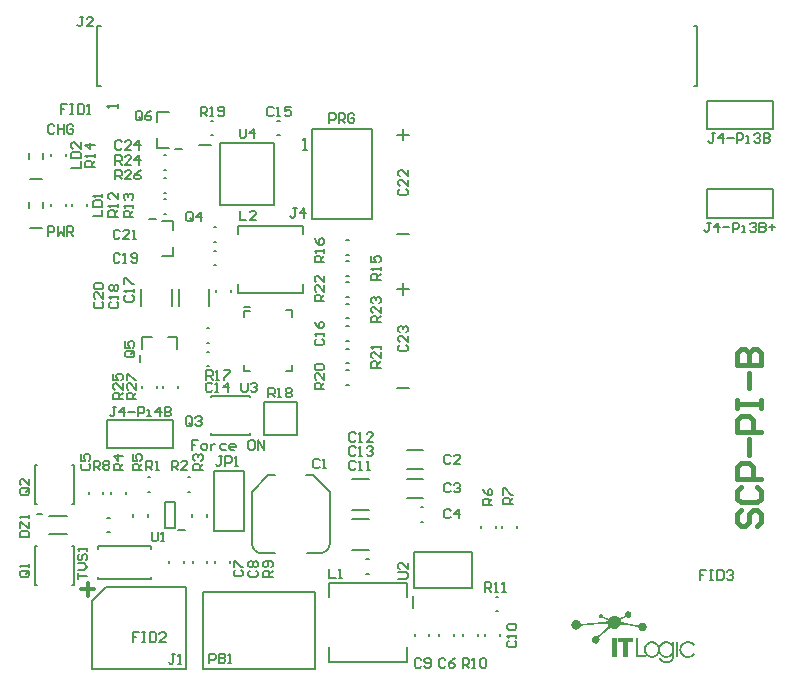
<source format=gto>
G04*
G04 #@! TF.GenerationSoftware,Altium Limited,Altium Designer,19.1.8 (144)*
G04*
G04 Layer_Color=15132400*
%FSLAX25Y25*%
%MOIN*%
G70*
G01*
G75*
%ADD10C,0.00787*%
%ADD11C,0.00591*%
%ADD12C,0.01181*%
%ADD13C,0.01575*%
G36*
X205213Y21494D02*
X205243D01*
Y21463D01*
X205366D01*
Y21433D01*
X205458D01*
Y21402D01*
Y21372D01*
X205549D01*
Y21341D01*
X205580D01*
Y21310D01*
X205610D01*
Y21280D01*
X205672D01*
Y21249D01*
X205702D01*
Y21219D01*
X205733D01*
Y21188D01*
X205764D01*
Y21158D01*
X205794D01*
Y21127D01*
X205825D01*
Y21096D01*
Y21066D01*
Y21035D01*
X205886D01*
Y21004D01*
X205917D01*
Y20974D01*
Y20943D01*
Y20913D01*
X205947D01*
Y20882D01*
Y20852D01*
Y20821D01*
Y20790D01*
X206008D01*
Y20760D01*
Y20729D01*
Y20699D01*
Y20668D01*
Y20637D01*
Y20607D01*
X206039D01*
Y20576D01*
Y20546D01*
Y20515D01*
Y20484D01*
Y20454D01*
Y20423D01*
Y20393D01*
Y20362D01*
Y20332D01*
Y20301D01*
Y20270D01*
X206008D01*
Y20240D01*
Y20209D01*
Y20178D01*
Y20148D01*
Y20117D01*
Y20087D01*
X205947D01*
Y20056D01*
Y20026D01*
X205917D01*
Y19995D01*
Y19964D01*
Y19934D01*
X205855D01*
Y19903D01*
Y19873D01*
Y19842D01*
X205825D01*
Y19811D01*
X205794D01*
Y19781D01*
Y19750D01*
X205764D01*
Y19720D01*
X205702D01*
Y19689D01*
Y19658D01*
X205672D01*
Y19628D01*
X205610D01*
Y19597D01*
X205580D01*
Y19567D01*
Y19536D01*
X205488D01*
Y19505D01*
X205396D01*
Y19475D01*
Y19444D01*
X205274D01*
Y19414D01*
X205121D01*
Y19383D01*
X204846D01*
Y19414D01*
X204632D01*
Y19444D01*
X204540D01*
Y19475D01*
Y19505D01*
X204448D01*
Y19536D01*
X204356D01*
Y19567D01*
Y19597D01*
X204326D01*
Y19628D01*
X204081D01*
Y19597D01*
X203959D01*
Y19567D01*
Y19536D01*
X203867D01*
Y19505D01*
X203744D01*
Y19475D01*
X203714D01*
Y19444D01*
X203653D01*
Y19414D01*
X203561D01*
Y19383D01*
X203500D01*
Y19353D01*
X203469D01*
Y19322D01*
X203408D01*
Y19291D01*
X203316D01*
Y19261D01*
X203286D01*
Y19230D01*
X203224D01*
Y19200D01*
X203133D01*
Y19169D01*
X203071D01*
Y19138D01*
X203041D01*
Y19108D01*
X203010D01*
Y19077D01*
X202918D01*
Y19047D01*
Y19016D01*
X202827D01*
Y18985D01*
X202765D01*
Y18955D01*
X202735D01*
Y18924D01*
X202704D01*
Y18894D01*
X202612D01*
Y18863D01*
X202551D01*
Y18832D01*
X202521D01*
Y18802D01*
X202490D01*
Y18771D01*
X202398D01*
Y18741D01*
Y18710D01*
Y18679D01*
Y18649D01*
Y18618D01*
Y18588D01*
Y18557D01*
X202429D01*
Y18527D01*
Y18496D01*
Y18465D01*
Y18435D01*
Y18404D01*
X202490D01*
Y18374D01*
Y18343D01*
Y18312D01*
Y18282D01*
X202521D01*
Y18251D01*
Y18221D01*
Y18190D01*
X202582D01*
Y18159D01*
X202612D01*
Y18129D01*
X202704D01*
Y18098D01*
Y18068D01*
X202827D01*
Y18037D01*
X202949D01*
Y18006D01*
X202979D01*
Y17976D01*
X203102D01*
Y17945D01*
X203224D01*
Y17915D01*
X203377D01*
Y17884D01*
X203408D01*
Y17853D01*
X203530D01*
Y17823D01*
X203683D01*
Y17792D01*
Y17762D01*
X203867D01*
Y17731D01*
X204020D01*
Y17700D01*
X204081D01*
Y17670D01*
X204203D01*
Y17639D01*
X204417D01*
Y17609D01*
X204570D01*
Y17578D01*
X204601D01*
Y17548D01*
X204815D01*
Y17517D01*
X204968D01*
Y17486D01*
X204999D01*
Y17456D01*
X205182D01*
Y17425D01*
X205458D01*
Y17395D01*
X205641D01*
Y17364D01*
X205672D01*
Y17333D01*
X205917D01*
Y17303D01*
X206131D01*
Y17272D01*
X206161D01*
Y17242D01*
X206406D01*
Y17211D01*
X206651D01*
Y17180D01*
X206895D01*
Y17150D01*
Y17119D01*
X207201D01*
Y17089D01*
X207446D01*
Y17058D01*
X207477D01*
Y17027D01*
X207752D01*
Y16997D01*
X208058D01*
Y16966D01*
X208425D01*
Y16997D01*
X208517D01*
Y17027D01*
Y17058D01*
Y17089D01*
X208578D01*
Y17119D01*
Y17150D01*
Y17180D01*
X208609D01*
Y17211D01*
X208639D01*
Y17242D01*
X208700D01*
Y17272D01*
Y17303D01*
Y17333D01*
X208731D01*
Y17364D01*
Y17395D01*
X208792D01*
Y17425D01*
X208853D01*
Y17456D01*
X208884D01*
Y17486D01*
X208915D01*
Y17517D01*
X208945D01*
Y17548D01*
X209037D01*
Y17578D01*
Y17609D01*
X209129D01*
Y17639D01*
X209190D01*
Y17670D01*
X209312D01*
Y17700D01*
X209343D01*
Y17731D01*
X209557D01*
Y17762D01*
X209894D01*
Y17731D01*
X210108D01*
Y17700D01*
X210138D01*
Y17670D01*
X210261D01*
Y17639D01*
X210383D01*
Y17609D01*
X210444D01*
Y17578D01*
X210475D01*
Y17548D01*
X210505D01*
Y17517D01*
X210597D01*
Y17486D01*
Y17456D01*
X210628D01*
Y17425D01*
X210658D01*
Y17395D01*
X210719D01*
Y17364D01*
Y17333D01*
X210750D01*
Y17303D01*
X210811D01*
Y17272D01*
Y17242D01*
X210842D01*
Y17211D01*
X210873D01*
Y17180D01*
Y17150D01*
Y17119D01*
X210934D01*
Y17089D01*
X210964D01*
Y17058D01*
Y17027D01*
Y16997D01*
X211026D01*
Y16966D01*
X210995D01*
Y16936D01*
Y16905D01*
X211056D01*
Y16874D01*
Y16844D01*
Y16813D01*
Y16783D01*
X211087D01*
Y16752D01*
Y16722D01*
Y16691D01*
Y16660D01*
Y16630D01*
Y16599D01*
X211148D01*
Y16569D01*
Y16538D01*
Y16507D01*
Y16477D01*
Y16446D01*
Y16416D01*
Y16385D01*
Y16354D01*
Y16324D01*
Y16293D01*
Y16263D01*
Y16232D01*
Y16201D01*
Y16171D01*
Y16140D01*
X211087D01*
Y16110D01*
Y16079D01*
Y16048D01*
Y16018D01*
Y15987D01*
X211056D01*
Y15957D01*
Y15926D01*
Y15895D01*
Y15865D01*
Y15834D01*
X210995D01*
Y15804D01*
Y15773D01*
X210964D01*
Y15743D01*
Y15712D01*
Y15681D01*
X210934D01*
Y15651D01*
Y15620D01*
Y15590D01*
X210903D01*
Y15559D01*
X210842D01*
Y15528D01*
Y15498D01*
X210781D01*
Y15467D01*
Y15437D01*
Y15406D01*
X210750D01*
Y15375D01*
X210719D01*
Y15345D01*
X210658D01*
Y15314D01*
X210628D01*
Y15284D01*
X210597D01*
Y15253D01*
X210536D01*
Y15223D01*
Y15192D01*
X210444D01*
Y15161D01*
X210383D01*
Y15131D01*
X210291D01*
Y15100D01*
Y15069D01*
X210169D01*
Y15039D01*
X209985D01*
Y15008D01*
Y14978D01*
X209526D01*
Y15008D01*
X209496D01*
Y15039D01*
X209343D01*
Y15069D01*
X209221D01*
Y15100D01*
X209190D01*
Y15131D01*
X209129D01*
Y15161D01*
X209037D01*
Y15192D01*
X209006D01*
Y15223D01*
X208976D01*
Y15253D01*
X208915D01*
Y15284D01*
X208853D01*
Y15314D01*
Y15345D01*
X208823D01*
Y15375D01*
X208792D01*
Y15406D01*
X208731D01*
Y15437D01*
Y15467D01*
X208700D01*
Y15498D01*
X208639D01*
Y15528D01*
Y15559D01*
X208609D01*
Y15590D01*
Y15620D01*
X208578D01*
Y15651D01*
X208547D01*
Y15681D01*
X208517D01*
Y15712D01*
Y15743D01*
Y15773D01*
X208486D01*
Y15804D01*
Y15834D01*
X208456D01*
Y15865D01*
Y15895D01*
Y15926D01*
Y15957D01*
Y15987D01*
Y16018D01*
X208395D01*
Y16048D01*
Y16079D01*
Y16110D01*
Y16140D01*
X208364D01*
Y16171D01*
X208333D01*
Y16201D01*
X208303D01*
Y16232D01*
X208272D01*
Y16263D01*
X208150D01*
Y16293D01*
X208119D01*
Y16324D01*
X207997D01*
Y16354D01*
X207874D01*
Y16385D01*
Y16416D01*
X207691D01*
Y16446D01*
X207538D01*
Y16477D01*
X207385D01*
Y16507D01*
X207354D01*
Y16538D01*
X207201D01*
Y16569D01*
X206987D01*
Y16599D01*
Y16630D01*
X206773D01*
Y16660D01*
X206559D01*
Y16691D01*
X206528D01*
Y16722D01*
X206345D01*
Y16752D01*
X206131D01*
Y16783D01*
X205886D01*
Y16813D01*
X205855D01*
Y16844D01*
X205610D01*
Y16874D01*
X205396D01*
Y16905D01*
X205366D01*
Y16936D01*
X205121D01*
Y16966D01*
X204846D01*
Y16997D01*
X204601D01*
Y17027D01*
X204570D01*
Y17058D01*
X204264D01*
Y17089D01*
X203989D01*
Y17119D01*
X203959D01*
Y17150D01*
X203591D01*
Y17180D01*
X202490D01*
Y17150D01*
X202429D01*
Y17119D01*
X202398D01*
Y17089D01*
X202368D01*
Y17058D01*
Y17027D01*
Y16997D01*
X202307D01*
Y16966D01*
Y16936D01*
X202276D01*
Y16905D01*
Y16874D01*
Y16844D01*
X202215D01*
Y16813D01*
Y16783D01*
X202245D01*
Y16752D01*
X202184D01*
Y16722D01*
X202153D01*
Y16691D01*
Y16660D01*
Y16630D01*
X202123D01*
Y16599D01*
X202092D01*
Y16569D01*
X202062D01*
Y16538D01*
X202031D01*
Y16507D01*
X202001D01*
Y16477D01*
X201970D01*
Y16446D01*
X201939D01*
Y16416D01*
X201909D01*
Y16385D01*
X201878D01*
Y16354D01*
X201848D01*
Y16324D01*
X201817D01*
Y16293D01*
X201786D01*
Y16263D01*
X201756D01*
Y16232D01*
X201725D01*
Y16201D01*
X201695D01*
Y16171D01*
X201664D01*
Y16140D01*
X201603D01*
Y16110D01*
X201542D01*
Y16079D01*
Y16048D01*
X201450D01*
Y16018D01*
X201389D01*
Y15987D01*
X201297D01*
Y15957D01*
Y15926D01*
X201205D01*
Y15895D01*
X201083D01*
Y15865D01*
Y15834D01*
X200960D01*
Y15804D01*
X200746D01*
Y15773D01*
X200043D01*
Y15804D01*
X199829D01*
Y15834D01*
X199706D01*
Y15865D01*
Y15895D01*
X199584D01*
Y15926D01*
X199492D01*
Y15957D01*
X199461D01*
Y15987D01*
X199400D01*
Y16018D01*
X199308D01*
Y16048D01*
X199186D01*
Y16018D01*
X199064D01*
Y15987D01*
X199033D01*
Y15957D01*
Y15926D01*
X198941D01*
Y15895D01*
X198911D01*
Y15865D01*
X198880D01*
Y15834D01*
X198819D01*
Y15804D01*
X198758D01*
Y15773D01*
X198696D01*
Y15743D01*
X198666D01*
Y15712D01*
X198635D01*
Y15681D01*
X198544D01*
Y15651D01*
Y15620D01*
X198513D01*
Y15590D01*
X198421D01*
Y15559D01*
X198391D01*
Y15528D01*
Y15498D01*
X198299D01*
Y15467D01*
X198268D01*
Y15437D01*
X198238D01*
Y15406D01*
X198176D01*
Y15375D01*
X198115D01*
Y15345D01*
X198085D01*
Y15314D01*
Y15284D01*
X197993D01*
Y15253D01*
X197962D01*
Y15223D01*
X197932D01*
Y15192D01*
X197871D01*
Y15161D01*
X197840D01*
Y15131D01*
X197809D01*
Y15100D01*
X197779D01*
Y15069D01*
X197687D01*
Y15039D01*
X197656D01*
Y15008D01*
Y14978D01*
X197595D01*
Y14947D01*
X197565D01*
Y14917D01*
X197503D01*
Y14886D01*
X197473D01*
Y14855D01*
X197442D01*
Y14825D01*
X197412D01*
Y14794D01*
X197381D01*
Y14764D01*
X197350D01*
Y14733D01*
X197320D01*
Y14702D01*
X197289D01*
Y14672D01*
X197259D01*
Y14641D01*
X197197D01*
Y14611D01*
X197136D01*
Y14580D01*
Y14549D01*
X197106D01*
Y14519D01*
X197045D01*
Y14488D01*
Y14458D01*
X197014D01*
Y14427D01*
X196922D01*
Y14397D01*
X196892D01*
Y14366D01*
Y14335D01*
X196830D01*
Y14305D01*
X196800D01*
Y14274D01*
Y14243D01*
X196739D01*
Y14213D01*
X196677D01*
Y14182D01*
X196647D01*
Y14152D01*
X196616D01*
Y14121D01*
X196586D01*
Y14090D01*
X196555D01*
Y14060D01*
X196524D01*
Y14029D01*
X196494D01*
Y13999D01*
X196402D01*
Y13968D01*
X196371D01*
Y13938D01*
Y13907D01*
X196341D01*
Y13876D01*
X196280D01*
Y13846D01*
Y13815D01*
X196188D01*
Y13785D01*
X196157D01*
Y13754D01*
X196127D01*
Y13723D01*
X196096D01*
Y13693D01*
X196065D01*
Y13662D01*
X196035D01*
Y13632D01*
X196004D01*
Y13601D01*
X195974D01*
Y13570D01*
X195913D01*
Y13540D01*
X195882D01*
Y13509D01*
X195851D01*
Y13479D01*
X195821D01*
Y13448D01*
X195760D01*
Y13418D01*
Y13387D01*
X195729D01*
Y13356D01*
X195698D01*
Y13326D01*
X195668D01*
Y13295D01*
X195637D01*
Y13264D01*
X195545D01*
Y13234D01*
X195515D01*
Y13203D01*
Y13173D01*
X195454D01*
Y13142D01*
X195423D01*
Y13112D01*
X195393D01*
Y13081D01*
Y13050D01*
X195331D01*
Y13020D01*
Y12989D01*
Y12959D01*
X195301D01*
Y12928D01*
X195239D01*
Y12897D01*
Y12867D01*
Y12836D01*
Y12806D01*
Y12775D01*
Y12744D01*
Y12714D01*
X195301D01*
Y12683D01*
Y12653D01*
Y12622D01*
X195331D01*
Y12592D01*
Y12561D01*
Y12530D01*
Y12500D01*
X195362D01*
Y12469D01*
Y12438D01*
Y12408D01*
Y12377D01*
Y12347D01*
Y12316D01*
X195423D01*
Y12286D01*
Y12255D01*
Y12224D01*
Y12194D01*
Y12163D01*
Y12133D01*
Y12102D01*
Y12071D01*
Y12041D01*
Y12010D01*
Y11980D01*
X195362D01*
Y11949D01*
Y11918D01*
Y11888D01*
Y11857D01*
Y11827D01*
Y11796D01*
X195393D01*
Y11766D01*
X195331D01*
Y11735D01*
Y11704D01*
Y11674D01*
Y11643D01*
X195301D01*
Y11613D01*
Y11582D01*
Y11551D01*
X195239D01*
Y11521D01*
Y11490D01*
Y11460D01*
X195209D01*
Y11429D01*
X195148D01*
Y11398D01*
Y11368D01*
X195178D01*
Y11337D01*
X195117D01*
Y11307D01*
Y11276D01*
X195087D01*
Y11245D01*
X195056D01*
Y11215D01*
X194995D01*
Y11184D01*
Y11154D01*
X194964D01*
Y11123D01*
X194903D01*
Y11092D01*
Y11062D01*
X194811D01*
Y11031D01*
X194750D01*
Y11001D01*
X194658D01*
Y10970D01*
Y10939D01*
X194567D01*
Y10909D01*
X194444D01*
Y10878D01*
Y10848D01*
X193832D01*
Y10878D01*
Y10909D01*
X193710D01*
Y10939D01*
X193588D01*
Y10970D01*
X193557D01*
Y11001D01*
X193496D01*
Y11031D01*
X193435D01*
Y11062D01*
X193373D01*
Y11092D01*
X193343D01*
Y11123D01*
X193312D01*
Y11154D01*
X193282D01*
Y11184D01*
Y11215D01*
X193220D01*
Y11245D01*
X193190D01*
Y11276D01*
X193159D01*
Y11307D01*
X193129D01*
Y11337D01*
X193098D01*
Y11368D01*
X193067D01*
Y11398D01*
Y11429D01*
Y11460D01*
X193006D01*
Y11490D01*
Y11521D01*
X192976D01*
Y11551D01*
Y11582D01*
X192945D01*
Y11613D01*
Y11643D01*
Y11674D01*
Y11704D01*
Y11735D01*
X192884D01*
Y11766D01*
Y11796D01*
Y11827D01*
Y11857D01*
X192853D01*
Y11888D01*
Y11918D01*
Y11949D01*
Y11980D01*
Y12010D01*
Y12041D01*
Y12071D01*
Y12102D01*
Y12133D01*
Y12163D01*
Y12194D01*
Y12224D01*
Y12255D01*
Y12286D01*
Y12316D01*
Y12347D01*
Y12377D01*
Y12408D01*
X192884D01*
Y12438D01*
Y12469D01*
Y12500D01*
Y12530D01*
Y12561D01*
X192945D01*
Y12592D01*
Y12622D01*
Y12653D01*
X192976D01*
Y12683D01*
Y12714D01*
Y12744D01*
X193037D01*
Y12775D01*
Y12806D01*
Y12836D01*
X193067D01*
Y12867D01*
X193098D01*
Y12897D01*
Y12928D01*
Y12959D01*
X193129D01*
Y12989D01*
X193190D01*
Y13020D01*
Y13050D01*
X193220D01*
Y13081D01*
X193282D01*
Y13112D01*
Y13142D01*
X193312D01*
Y13173D01*
X193404D01*
Y13203D01*
X193435D01*
Y13234D01*
Y13264D01*
X193526D01*
Y13295D01*
X193618D01*
Y13326D01*
Y13356D01*
X193740D01*
Y13387D01*
X193955D01*
Y13418D01*
X194322D01*
Y13387D01*
X194475D01*
Y13356D01*
X194597D01*
Y13326D01*
X194628D01*
Y13295D01*
X194781D01*
Y13326D01*
Y13356D01*
X194872D01*
Y13387D01*
X194903D01*
Y13418D01*
X194964D01*
Y13448D01*
X194995D01*
Y13479D01*
X195025D01*
Y13509D01*
X195056D01*
Y13540D01*
X195087D01*
Y13570D01*
X195117D01*
Y13601D01*
X195148D01*
Y13632D01*
X195178D01*
Y13662D01*
X195209D01*
Y13693D01*
X195239D01*
Y13723D01*
X195331D01*
Y13754D01*
Y13785D01*
X195362D01*
Y13815D01*
X195423D01*
Y13846D01*
Y13876D01*
X195454D01*
Y13907D01*
X195484D01*
Y13938D01*
X195545D01*
Y13968D01*
Y13999D01*
X195576D01*
Y14029D01*
X195637D01*
Y14060D01*
X195668D01*
Y14090D01*
X195729D01*
Y14121D01*
X195760D01*
Y14152D01*
X195790D01*
Y14182D01*
X195821D01*
Y14213D01*
X195851D01*
Y14243D01*
X195882D01*
Y14274D01*
Y14305D01*
X195943D01*
Y14335D01*
X195974D01*
Y14366D01*
X196004D01*
Y14397D01*
X196035D01*
Y14427D01*
X196065D01*
Y14458D01*
X196096D01*
Y14488D01*
Y14519D01*
X196188D01*
Y14549D01*
X196219D01*
Y14580D01*
X196249D01*
Y14611D01*
X196280D01*
Y14641D01*
X196310D01*
Y14672D01*
X196341D01*
Y14702D01*
X196371D01*
Y14733D01*
X196402D01*
Y14764D01*
X196433D01*
Y14794D01*
X196463D01*
Y14825D01*
X196494D01*
Y14855D01*
X196524D01*
Y14886D01*
X196555D01*
Y14917D01*
X196586D01*
Y14947D01*
X196616D01*
Y14978D01*
X196647D01*
Y15008D01*
X196677D01*
Y15039D01*
X196708D01*
Y15069D01*
X196739D01*
Y15100D01*
X196769D01*
Y15131D01*
X196800D01*
Y15161D01*
X196830D01*
Y15192D01*
X196861D01*
Y15223D01*
X196892D01*
Y15253D01*
X196922D01*
Y15284D01*
X196953D01*
Y15314D01*
X196983D01*
Y15345D01*
X197014D01*
Y15375D01*
X197075D01*
Y15406D01*
X197136D01*
Y15437D01*
X197167D01*
Y15467D01*
Y15498D01*
X197197D01*
Y15528D01*
X197259D01*
Y15559D01*
Y15590D01*
X197289D01*
Y15620D01*
X197350D01*
Y15651D01*
Y15681D01*
X197381D01*
Y15712D01*
X197412D01*
Y15743D01*
X197473D01*
Y15773D01*
Y15804D01*
Y15834D01*
X197503D01*
Y15865D01*
X197534D01*
Y15895D01*
X197565D01*
Y15926D01*
X197595D01*
Y15957D01*
X197626D01*
Y15987D01*
X197656D01*
Y16018D01*
X197687D01*
Y16048D01*
X197718D01*
Y16079D01*
X197748D01*
Y16110D01*
X197779D01*
Y16140D01*
X197809D01*
Y16171D01*
X197840D01*
Y16201D01*
X197871D01*
Y16232D01*
X197901D01*
Y16263D01*
X197932D01*
Y16293D01*
X197962D01*
Y16324D01*
X197993D01*
Y16354D01*
X198023D01*
Y16385D01*
X198085D01*
Y16416D01*
Y16446D01*
Y16477D01*
X198115D01*
Y16507D01*
Y16538D01*
X198146D01*
Y16569D01*
X198207D01*
Y16599D01*
X198238D01*
Y16630D01*
Y16660D01*
Y16691D01*
X198268D01*
Y16722D01*
X198299D01*
Y16752D01*
X198329D01*
Y16783D01*
Y16813D01*
X198360D01*
Y16844D01*
Y16874D01*
X198421D01*
Y16905D01*
Y16936D01*
Y16966D01*
Y16997D01*
Y17027D01*
Y17058D01*
Y17089D01*
Y17119D01*
Y17150D01*
X198391D01*
Y17180D01*
Y17211D01*
Y17242D01*
Y17272D01*
X198329D01*
Y17303D01*
X198238D01*
Y17333D01*
Y17364D01*
X198115D01*
Y17395D01*
X196616D01*
Y17364D01*
X195698D01*
Y17333D01*
X195668D01*
Y17303D01*
X194872D01*
Y17272D01*
X194138D01*
Y17242D01*
Y17211D01*
X193465D01*
Y17180D01*
X192945D01*
Y17150D01*
X192456D01*
Y17119D01*
X192425D01*
Y17089D01*
X191966D01*
Y17058D01*
X191477D01*
Y17027D01*
Y16997D01*
X191048D01*
Y16966D01*
X190620D01*
Y16936D01*
X190253D01*
Y16905D01*
Y16874D01*
X189916D01*
Y16844D01*
X189610D01*
Y16813D01*
X189580D01*
Y16783D01*
X189396D01*
Y16752D01*
X189274D01*
Y16722D01*
X189213D01*
Y16691D01*
X189182D01*
Y16660D01*
X189121D01*
Y16630D01*
Y16599D01*
Y16569D01*
X189090D01*
Y16538D01*
Y16507D01*
Y16477D01*
X189029D01*
Y16446D01*
Y16416D01*
X188999D01*
Y16385D01*
Y16354D01*
Y16324D01*
X188937D01*
Y16293D01*
Y16263D01*
Y16232D01*
X188907D01*
Y16201D01*
Y16171D01*
Y16140D01*
X188876D01*
Y16110D01*
X188846D01*
Y16079D01*
X188815D01*
Y16048D01*
X188784D01*
Y16018D01*
X188754D01*
Y15987D01*
X188723D01*
Y15957D01*
X188693D01*
Y15926D01*
X188662D01*
Y15895D01*
X188631D01*
Y15865D01*
X188601D01*
Y15834D01*
X188570D01*
Y15804D01*
X188540D01*
Y15773D01*
X188448D01*
Y15743D01*
Y15712D01*
X188356D01*
Y15681D01*
X188264D01*
Y15651D01*
Y15620D01*
X188173D01*
Y15590D01*
X188050D01*
Y15559D01*
X187897D01*
Y15528D01*
Y15498D01*
X187285D01*
Y15528D01*
X187255D01*
Y15559D01*
X187102D01*
Y15590D01*
X187010D01*
Y15620D01*
X186888D01*
Y15651D01*
Y15681D01*
X186796D01*
Y15712D01*
X186765D01*
Y15743D01*
Y15773D01*
X186673D01*
Y15804D01*
X186643D01*
Y15834D01*
X186612D01*
Y15865D01*
X186582D01*
Y15895D01*
X186521D01*
Y15926D01*
X186459D01*
Y15957D01*
Y15987D01*
X186429D01*
Y16018D01*
Y16048D01*
X186398D01*
Y16079D01*
X186368D01*
Y16110D01*
X186337D01*
Y16140D01*
X186306D01*
Y16171D01*
Y16201D01*
Y16232D01*
X186245D01*
Y16263D01*
X186215D01*
Y16293D01*
Y16324D01*
Y16354D01*
X186184D01*
Y16385D01*
Y16416D01*
Y16446D01*
X186123D01*
Y16477D01*
Y16507D01*
Y16538D01*
Y16569D01*
X186092D01*
Y16599D01*
Y16630D01*
Y16660D01*
Y16691D01*
X186062D01*
Y16722D01*
X186031D01*
Y16752D01*
Y16783D01*
Y16813D01*
Y16844D01*
Y16874D01*
Y16905D01*
Y16936D01*
Y16966D01*
Y16997D01*
Y17027D01*
Y17058D01*
Y17089D01*
Y17119D01*
Y17150D01*
Y17180D01*
Y17211D01*
Y17242D01*
Y17272D01*
Y17303D01*
Y17333D01*
Y17364D01*
Y17395D01*
Y17425D01*
X186092D01*
Y17456D01*
Y17486D01*
Y17517D01*
Y17548D01*
Y17578D01*
Y17609D01*
X186123D01*
Y17639D01*
Y17670D01*
X186153D01*
Y17700D01*
X186184D01*
Y17731D01*
Y17762D01*
X186215D01*
Y17792D01*
Y17823D01*
Y17853D01*
X186245D01*
Y17884D01*
Y17915D01*
Y17945D01*
X186276D01*
Y17976D01*
X186337D01*
Y18006D01*
Y18037D01*
Y18068D01*
X186368D01*
Y18098D01*
X186398D01*
Y18129D01*
X186429D01*
Y18159D01*
X186459D01*
Y18190D01*
X186490D01*
Y18221D01*
X186521D01*
Y18251D01*
X186551D01*
Y18282D01*
X186582D01*
Y18312D01*
X186612D01*
Y18343D01*
X186673D01*
Y18374D01*
X186704D01*
Y18404D01*
X186796D01*
Y18435D01*
Y18465D01*
X186857D01*
Y18496D01*
X186979D01*
Y18527D01*
Y18557D01*
X187071D01*
Y18588D01*
X187194D01*
Y18618D01*
X187469D01*
Y18649D01*
X187499D01*
Y18679D01*
X187714D01*
Y18649D01*
Y18618D01*
X187989D01*
Y18588D01*
X188111D01*
Y18557D01*
X188234D01*
Y18527D01*
Y18496D01*
X188326D01*
Y18465D01*
X188387D01*
Y18435D01*
X188417D01*
Y18404D01*
X188479D01*
Y18374D01*
X188540D01*
Y18343D01*
X188570D01*
Y18312D01*
Y18282D01*
X188662D01*
Y18251D01*
X188693D01*
Y18221D01*
X188723D01*
Y18190D01*
X188754D01*
Y18159D01*
X188784D01*
Y18129D01*
Y18098D01*
Y18068D01*
X188815D01*
Y18037D01*
X188876D01*
Y18006D01*
Y17976D01*
X188907D01*
Y17945D01*
Y17915D01*
X188937D01*
Y17884D01*
X188968D01*
Y17853D01*
X188999D01*
Y17823D01*
Y17792D01*
Y17762D01*
X189029D01*
Y17731D01*
Y17700D01*
X189060D01*
Y17670D01*
X189090D01*
Y17639D01*
Y17609D01*
X189121D01*
Y17578D01*
Y17548D01*
X189182D01*
Y17517D01*
X189304D01*
Y17486D01*
X189335D01*
Y17456D01*
X190559D01*
Y17486D01*
X190589D01*
Y17517D01*
X191354D01*
Y17548D01*
X191936D01*
Y17578D01*
X191966D01*
Y17609D01*
X192456D01*
Y17639D01*
X192914D01*
Y17670D01*
X193312D01*
Y17700D01*
X193373D01*
Y17731D01*
X193771D01*
Y17762D01*
X194199D01*
Y17792D01*
X194230D01*
Y17823D01*
X194597D01*
Y17853D01*
X195025D01*
Y17884D01*
Y17915D01*
X195423D01*
Y17945D01*
X195790D01*
Y17976D01*
X196127D01*
Y18006D01*
X196157D01*
Y18037D01*
X196494D01*
Y18068D01*
X196830D01*
Y18098D01*
Y18129D01*
X197167D01*
Y18159D01*
X197473D01*
Y18190D01*
X197748D01*
Y18221D01*
X197779D01*
Y18251D01*
X197993D01*
Y18282D01*
X198115D01*
Y18312D01*
Y18343D01*
X198207D01*
Y18374D01*
X198268D01*
Y18404D01*
X198329D01*
Y18435D01*
Y18465D01*
Y18496D01*
Y18527D01*
Y18557D01*
X198238D01*
Y18588D01*
X198207D01*
Y18618D01*
Y18649D01*
X198115D01*
Y18679D01*
X198023D01*
Y18710D01*
Y18741D01*
X197932D01*
Y18771D01*
X197809D01*
Y18802D01*
X197748D01*
Y18832D01*
X197718D01*
Y18863D01*
X197626D01*
Y18894D01*
X197565D01*
Y18924D01*
X197534D01*
Y18955D01*
X197473D01*
Y18985D01*
X197381D01*
Y19016D01*
X197259D01*
Y19047D01*
Y19077D01*
X197167D01*
Y19108D01*
X197075D01*
Y19138D01*
Y19169D01*
X196983D01*
Y19200D01*
X196861D01*
Y19230D01*
X196800D01*
Y19261D01*
X196769D01*
Y19291D01*
X196708D01*
Y19322D01*
X196586D01*
Y19353D01*
X196555D01*
Y19383D01*
X196494D01*
Y19414D01*
X196341D01*
Y19383D01*
X196280D01*
Y19353D01*
Y19322D01*
X196188D01*
Y19291D01*
X196127D01*
Y19261D01*
X196096D01*
Y19230D01*
X195668D01*
Y19261D01*
Y19291D01*
X195576D01*
Y19322D01*
X195515D01*
Y19353D01*
X195484D01*
Y19383D01*
X195454D01*
Y19414D01*
X195362D01*
Y19444D01*
X195393D01*
Y19475D01*
Y19505D01*
X195331D01*
Y19536D01*
X195301D01*
Y19567D01*
X195270D01*
Y19597D01*
X195239D01*
Y19628D01*
Y19658D01*
Y19689D01*
Y19720D01*
X195209D01*
Y19750D01*
Y19781D01*
Y19811D01*
Y19842D01*
Y19873D01*
Y19903D01*
Y19934D01*
Y19964D01*
Y19995D01*
Y20026D01*
Y20056D01*
Y20087D01*
Y20117D01*
Y20148D01*
Y20178D01*
X195239D01*
Y20209D01*
Y20240D01*
Y20270D01*
X195301D01*
Y20301D01*
Y20332D01*
Y20362D01*
X195331D01*
Y20393D01*
X195362D01*
Y20423D01*
X195393D01*
Y20454D01*
X195423D01*
Y20484D01*
X195454D01*
Y20515D01*
X195545D01*
Y20546D01*
Y20576D01*
X195637D01*
Y20607D01*
X195790D01*
Y20637D01*
X195943D01*
Y20607D01*
X196157D01*
Y20576D01*
X196219D01*
Y20546D01*
X196249D01*
Y20515D01*
X196280D01*
Y20484D01*
X196371D01*
Y20454D01*
Y20423D01*
X196402D01*
Y20393D01*
X196463D01*
Y20362D01*
X196433D01*
Y20332D01*
Y20301D01*
X196494D01*
Y20270D01*
X196524D01*
Y20240D01*
Y20209D01*
Y20178D01*
Y20148D01*
X196586D01*
Y20117D01*
Y20087D01*
Y20056D01*
Y20026D01*
Y19995D01*
Y19964D01*
Y19934D01*
Y19903D01*
Y19873D01*
Y19842D01*
Y19811D01*
Y19781D01*
X196616D01*
Y19750D01*
X196708D01*
Y19720D01*
X196800D01*
Y19689D01*
Y19658D01*
X196922D01*
Y19628D01*
X197045D01*
Y19597D01*
Y19567D01*
X197136D01*
Y19536D01*
X197259D01*
Y19505D01*
X197289D01*
Y19475D01*
X197412D01*
Y19444D01*
X197534D01*
Y19414D01*
X197656D01*
Y19383D01*
Y19353D01*
X197779D01*
Y19322D01*
X197901D01*
Y19291D01*
X197932D01*
Y19261D01*
X198085D01*
Y19230D01*
X198207D01*
Y19200D01*
X198360D01*
Y19169D01*
X198391D01*
Y19138D01*
X198544D01*
Y19108D01*
X198635D01*
Y19138D01*
X198666D01*
Y19169D01*
Y19200D01*
X198727D01*
Y19230D01*
X198758D01*
Y19261D01*
X198788D01*
Y19291D01*
X198819D01*
Y19322D01*
Y19353D01*
X198849D01*
Y19383D01*
Y19414D01*
X198880D01*
Y19444D01*
X198911D01*
Y19475D01*
X198972D01*
Y19505D01*
X199003D01*
Y19536D01*
X199064D01*
Y19567D01*
X199094D01*
Y19597D01*
Y19628D01*
X199155D01*
Y19658D01*
X199217D01*
Y19689D01*
X199247D01*
Y19720D01*
X199278D01*
Y19750D01*
X199339D01*
Y19781D01*
X199431D01*
Y19811D01*
Y19842D01*
X199522D01*
Y19873D01*
X199645D01*
Y19903D01*
X199676D01*
Y19934D01*
X199798D01*
Y19964D01*
X199951D01*
Y19995D01*
X200287D01*
Y20026D01*
Y20056D01*
X200471D01*
Y20026D01*
X200501D01*
Y19995D01*
X200838D01*
Y19964D01*
X200991D01*
Y19934D01*
X201113D01*
Y19903D01*
Y19873D01*
X201236D01*
Y19842D01*
X201327D01*
Y19811D01*
Y19781D01*
X201419D01*
Y19750D01*
X201511D01*
Y19720D01*
X201542D01*
Y19689D01*
Y19658D01*
X201633D01*
Y19628D01*
X201664D01*
Y19597D01*
X201695D01*
Y19567D01*
X201725D01*
Y19536D01*
X201817D01*
Y19505D01*
X201848D01*
Y19475D01*
Y19444D01*
X201878D01*
Y19414D01*
X201939D01*
Y19383D01*
Y19353D01*
X201970D01*
Y19322D01*
X202031D01*
Y19291D01*
Y19261D01*
X202153D01*
Y19291D01*
X202184D01*
Y19322D01*
X202276D01*
Y19353D01*
X202398D01*
Y19383D01*
Y19414D01*
X202490D01*
Y19444D01*
X202612D01*
Y19475D01*
X202674D01*
Y19505D01*
X202704D01*
Y19536D01*
X202765D01*
Y19567D01*
X202918D01*
Y19597D01*
Y19628D01*
X203010D01*
Y19658D01*
X203071D01*
Y19689D01*
X203102D01*
Y19720D01*
X203224D01*
Y19750D01*
X203286D01*
Y19781D01*
X203377D01*
Y19811D01*
Y19842D01*
X203469D01*
Y19873D01*
X203561D01*
Y19903D01*
Y19934D01*
X203653D01*
Y19964D01*
X203714D01*
Y19995D01*
X203805D01*
Y20026D01*
Y20056D01*
X203867D01*
Y20087D01*
X203897D01*
Y20117D01*
Y20148D01*
Y20178D01*
Y20209D01*
Y20240D01*
Y20270D01*
Y20301D01*
Y20332D01*
Y20362D01*
Y20393D01*
Y20423D01*
Y20454D01*
Y20484D01*
Y20515D01*
Y20546D01*
Y20576D01*
Y20607D01*
Y20637D01*
Y20668D01*
Y20699D01*
X203959D01*
Y20729D01*
Y20760D01*
Y20790D01*
X203928D01*
Y20821D01*
X203989D01*
Y20852D01*
Y20882D01*
Y20913D01*
X204020D01*
Y20943D01*
Y20974D01*
Y21004D01*
X204081D01*
Y21035D01*
Y21066D01*
Y21096D01*
X204112D01*
Y21127D01*
X204142D01*
Y21158D01*
X204203D01*
Y21188D01*
Y21219D01*
X204234D01*
Y21249D01*
X204264D01*
Y21280D01*
X204295D01*
Y21310D01*
X204326D01*
Y21341D01*
X204417D01*
Y21372D01*
X204448D01*
Y21402D01*
Y21433D01*
X204570D01*
Y21463D01*
X204693D01*
Y21494D01*
X204723D01*
Y21525D01*
X205213D01*
Y21494D01*
D02*
G37*
G36*
X225312Y11551D02*
X225557D01*
Y11521D01*
X225588D01*
Y11490D01*
X225741D01*
Y11460D01*
X225924D01*
Y11429D01*
Y11398D01*
X226016D01*
Y11368D01*
X226138D01*
Y11337D01*
X226200D01*
Y11307D01*
X226230D01*
Y11276D01*
X226322D01*
Y11245D01*
X226383D01*
Y11215D01*
X226414D01*
Y11184D01*
X226475D01*
Y11154D01*
X226567D01*
Y11123D01*
X226597D01*
Y11092D01*
Y11062D01*
X226659D01*
Y11031D01*
X226720D01*
Y11001D01*
X226750D01*
Y10970D01*
X226781D01*
Y10939D01*
X226811D01*
Y10909D01*
X226842D01*
Y10878D01*
X226873D01*
Y10848D01*
X226903D01*
Y10817D01*
X226934D01*
Y10786D01*
X226964D01*
Y10756D01*
X226995D01*
Y10725D01*
X227026D01*
Y10695D01*
X227056D01*
Y10664D01*
X227087D01*
Y10633D01*
X227117D01*
Y10603D01*
X227148D01*
Y10572D01*
X227179D01*
Y10542D01*
X227209D01*
Y10511D01*
Y10481D01*
Y10450D01*
X227240D01*
Y10419D01*
X227301D01*
Y10389D01*
X227240D01*
Y10358D01*
X227209D01*
Y10328D01*
Y10297D01*
X227117D01*
Y10266D01*
X227087D01*
Y10236D01*
X227056D01*
Y10205D01*
X226995D01*
Y10175D01*
X226903D01*
Y10144D01*
X226873D01*
Y10114D01*
Y10083D01*
X226781D01*
Y10052D01*
X226720D01*
Y10083D01*
Y10114D01*
Y10144D01*
X226689D01*
Y10175D01*
X226628D01*
Y10205D01*
X226597D01*
Y10236D01*
Y10266D01*
X226567D01*
Y10297D01*
X226505D01*
Y10328D01*
Y10358D01*
X226475D01*
Y10389D01*
X226414D01*
Y10419D01*
X226383D01*
Y10450D01*
Y10481D01*
X226353D01*
Y10511D01*
X226261D01*
Y10542D01*
X226230D01*
Y10572D01*
X226200D01*
Y10603D01*
X226138D01*
Y10633D01*
X226077D01*
Y10664D01*
Y10695D01*
X225985D01*
Y10725D01*
X225924D01*
Y10756D01*
X225894D01*
Y10786D01*
X225771D01*
Y10817D01*
X225710D01*
Y10848D01*
X225526D01*
Y10878D01*
Y10909D01*
X225312D01*
Y10939D01*
X224456D01*
Y10909D01*
X224242D01*
Y10878D01*
Y10848D01*
X224119D01*
Y10817D01*
X223997D01*
Y10786D01*
X223905D01*
Y10756D01*
Y10725D01*
X223813D01*
Y10695D01*
X223752D01*
Y10664D01*
X223722D01*
Y10633D01*
X223660D01*
Y10603D01*
X223599D01*
Y10572D01*
X223538D01*
Y10542D01*
X223507D01*
Y10511D01*
X223477D01*
Y10481D01*
X223446D01*
Y10450D01*
X223416D01*
Y10419D01*
X223385D01*
Y10389D01*
X223354D01*
Y10358D01*
X223324D01*
Y10328D01*
X223293D01*
Y10297D01*
X223263D01*
Y10266D01*
X223232D01*
Y10236D01*
X223201D01*
Y10205D01*
X223171D01*
Y10175D01*
X223140D01*
Y10144D01*
X223110D01*
Y10114D01*
X223079D01*
Y10083D01*
X223048D01*
Y10052D01*
Y10022D01*
Y9991D01*
X223018D01*
Y9961D01*
X222957D01*
Y9930D01*
Y9899D01*
Y9869D01*
X222926D01*
Y9838D01*
Y9808D01*
Y9777D01*
X222865D01*
Y9746D01*
Y9716D01*
X222834D01*
Y9685D01*
Y9655D01*
Y9624D01*
Y9593D01*
Y9563D01*
X222773D01*
Y9532D01*
Y9502D01*
Y9471D01*
X222804D01*
Y9440D01*
X222743D01*
Y9410D01*
Y9379D01*
Y9349D01*
Y9318D01*
Y9287D01*
Y9257D01*
X222712D01*
Y9226D01*
Y9196D01*
Y9165D01*
Y9134D01*
Y9104D01*
Y9073D01*
Y9043D01*
Y9012D01*
Y8981D01*
Y8951D01*
Y8920D01*
Y8890D01*
Y8859D01*
Y8828D01*
Y8798D01*
Y8767D01*
Y8737D01*
Y8706D01*
Y8676D01*
Y8645D01*
Y8614D01*
Y8584D01*
Y8553D01*
Y8523D01*
Y8492D01*
Y8461D01*
Y8431D01*
X222743D01*
Y8400D01*
Y8370D01*
Y8339D01*
Y8309D01*
Y8278D01*
X222804D01*
Y8247D01*
X222773D01*
Y8217D01*
Y8186D01*
Y8156D01*
X222834D01*
Y8125D01*
Y8094D01*
Y8064D01*
Y8033D01*
Y8003D01*
X222865D01*
Y7972D01*
Y7941D01*
X222926D01*
Y7911D01*
Y7880D01*
Y7850D01*
X222957D01*
Y7819D01*
Y7788D01*
Y7758D01*
X223018D01*
Y7727D01*
X222987D01*
Y7697D01*
Y7666D01*
X223048D01*
Y7635D01*
X223079D01*
Y7605D01*
X223110D01*
Y7574D01*
X223140D01*
Y7544D01*
Y7513D01*
X223171D01*
Y7482D01*
Y7452D01*
X223232D01*
Y7421D01*
X223263D01*
Y7391D01*
Y7360D01*
X223324D01*
Y7329D01*
X223354D01*
Y7299D01*
X223385D01*
Y7268D01*
Y7238D01*
X223446D01*
Y7207D01*
X223477D01*
Y7176D01*
Y7146D01*
X223569D01*
Y7115D01*
X223599D01*
Y7085D01*
X223630D01*
Y7054D01*
X223660D01*
Y7024D01*
X223722D01*
Y6993D01*
X223813D01*
Y6962D01*
Y6932D01*
X223905D01*
Y6901D01*
X223997D01*
Y6871D01*
X224027D01*
Y6840D01*
X224089D01*
Y6809D01*
X224211D01*
Y6779D01*
X224425D01*
Y6748D01*
Y6718D01*
X224762D01*
Y6687D01*
X225007D01*
Y6718D01*
X225404D01*
Y6748D01*
Y6779D01*
X225557D01*
Y6809D01*
X225679D01*
Y6840D01*
X225802D01*
Y6871D01*
X225833D01*
Y6901D01*
X225894D01*
Y6932D01*
X225985D01*
Y6962D01*
X226016D01*
Y6993D01*
X226077D01*
Y7024D01*
X226108D01*
Y7054D01*
X226138D01*
Y7085D01*
X226200D01*
Y7115D01*
X226261D01*
Y7146D01*
X226322D01*
Y7176D01*
X226353D01*
Y7207D01*
X226383D01*
Y7238D01*
X226414D01*
Y7268D01*
X226444D01*
Y7299D01*
X226475D01*
Y7329D01*
X226505D01*
Y7360D01*
X226536D01*
Y7391D01*
X226567D01*
Y7421D01*
X226597D01*
Y7452D01*
X226628D01*
Y7482D01*
X226659D01*
Y7513D01*
X226689D01*
Y7544D01*
X226720D01*
Y7574D01*
X226750D01*
Y7605D01*
X226781D01*
Y7574D01*
X226811D01*
Y7544D01*
X226903D01*
Y7513D01*
X226934D01*
Y7482D01*
X226964D01*
Y7452D01*
X227026D01*
Y7421D01*
X227087D01*
Y7391D01*
Y7360D01*
X227179D01*
Y7329D01*
X227209D01*
Y7299D01*
X227270D01*
Y7268D01*
Y7238D01*
X227240D01*
Y7207D01*
Y7176D01*
X227209D01*
Y7146D01*
Y7115D01*
X227179D01*
Y7085D01*
X227117D01*
Y7054D01*
Y7024D01*
X227087D01*
Y6993D01*
X227026D01*
Y6962D01*
X226995D01*
Y6932D01*
Y6901D01*
X226964D01*
Y6871D01*
X226903D01*
Y6840D01*
Y6809D01*
X226873D01*
Y6779D01*
X226811D01*
Y6748D01*
X226781D01*
Y6718D01*
Y6687D01*
X226689D01*
Y6656D01*
X226659D01*
Y6626D01*
X226628D01*
Y6595D01*
X226567D01*
Y6565D01*
X226536D01*
Y6534D01*
X226444D01*
Y6504D01*
Y6473D01*
X226353D01*
Y6442D01*
X226261D01*
Y6412D01*
Y6381D01*
X226169D01*
Y6351D01*
X226108D01*
Y6320D01*
X225985D01*
Y6289D01*
X225955D01*
Y6259D01*
X225833D01*
Y6228D01*
X225679D01*
Y6198D01*
X225649D01*
Y6167D01*
X225496D01*
Y6136D01*
X225190D01*
Y6106D01*
X224456D01*
Y6136D01*
X224211D01*
Y6167D01*
X223997D01*
Y6198D01*
X223966D01*
Y6228D01*
X223844D01*
Y6259D01*
X223722D01*
Y6289D01*
Y6320D01*
X223630D01*
Y6351D01*
X223569D01*
Y6381D01*
X223477D01*
Y6412D01*
Y6442D01*
X223385D01*
Y6473D01*
X223293D01*
Y6504D01*
Y6534D01*
X223263D01*
Y6565D01*
X223171D01*
Y6595D01*
X223140D01*
Y6626D01*
X223110D01*
Y6656D01*
X223048D01*
Y6687D01*
X222987D01*
Y6718D01*
Y6748D01*
X222957D01*
Y6779D01*
X222926D01*
Y6809D01*
X222865D01*
Y6840D01*
Y6871D01*
X222834D01*
Y6901D01*
X222773D01*
Y6932D01*
Y6962D01*
X222743D01*
Y6993D01*
X222712D01*
Y7024D01*
X222651D01*
Y7054D01*
Y7085D01*
X222620D01*
Y7115D01*
X222590D01*
Y7146D01*
Y7176D01*
Y7207D01*
X222528D01*
Y7238D01*
X222498D01*
Y7268D01*
X222467D01*
Y7299D01*
X222437D01*
Y7329D01*
Y7360D01*
Y7391D01*
X222406D01*
Y7421D01*
X222375D01*
Y7452D01*
Y7482D01*
Y7513D01*
X222314D01*
Y7544D01*
Y7574D01*
Y7605D01*
X222284D01*
Y7635D01*
Y7666D01*
X222253D01*
Y7697D01*
X222222D01*
Y7727D01*
Y7758D01*
X222192D01*
Y7788D01*
Y7819D01*
Y7850D01*
Y7880D01*
Y7911D01*
X222161D01*
Y7941D01*
Y7972D01*
Y8003D01*
Y8033D01*
X222100D01*
Y8064D01*
Y8094D01*
Y8125D01*
Y8156D01*
Y8186D01*
X222070D01*
Y8217D01*
Y8247D01*
Y8278D01*
Y8309D01*
Y8339D01*
Y8370D01*
Y8400D01*
Y8431D01*
Y8461D01*
X222008D01*
Y8492D01*
Y8523D01*
Y8553D01*
Y8584D01*
Y8614D01*
Y8645D01*
Y8676D01*
Y8706D01*
Y8737D01*
Y8767D01*
Y8798D01*
Y8828D01*
Y8859D01*
Y8890D01*
Y8920D01*
Y8951D01*
Y8981D01*
Y9012D01*
Y9043D01*
Y9073D01*
Y9104D01*
Y9134D01*
Y9165D01*
X222070D01*
Y9196D01*
Y9226D01*
Y9257D01*
Y9287D01*
Y9318D01*
Y9349D01*
Y9379D01*
Y9410D01*
Y9440D01*
X222100D01*
Y9471D01*
Y9502D01*
Y9532D01*
Y9563D01*
Y9593D01*
X222161D01*
Y9624D01*
Y9655D01*
Y9685D01*
Y9716D01*
Y9746D01*
X222192D01*
Y9777D01*
Y9808D01*
Y9838D01*
Y9869D01*
X222222D01*
Y9899D01*
Y9930D01*
Y9961D01*
X222284D01*
Y9991D01*
Y10022D01*
X222314D01*
Y10052D01*
Y10083D01*
Y10114D01*
X222375D01*
Y10144D01*
Y10175D01*
Y10205D01*
X222406D01*
Y10236D01*
X222437D01*
Y10266D01*
Y10297D01*
Y10328D01*
X222467D01*
Y10358D01*
X222498D01*
Y10389D01*
X222528D01*
Y10419D01*
Y10450D01*
Y10481D01*
X222559D01*
Y10511D01*
X222620D01*
Y10542D01*
X222651D01*
Y10572D01*
Y10603D01*
X222712D01*
Y10633D01*
Y10664D01*
Y10695D01*
X222743D01*
Y10725D01*
X222773D01*
Y10756D01*
X222834D01*
Y10786D01*
Y10817D01*
X222865D01*
Y10848D01*
X222957D01*
Y10878D01*
Y10909D01*
X222987D01*
Y10939D01*
X223048D01*
Y10970D01*
X223079D01*
Y11001D01*
Y11031D01*
X223140D01*
Y11062D01*
X223201D01*
Y11092D01*
X223232D01*
Y11123D01*
X223263D01*
Y11154D01*
X223324D01*
Y11184D01*
X223416D01*
Y11215D01*
Y11245D01*
X223477D01*
Y11276D01*
X223538D01*
Y11307D01*
X223569D01*
Y11337D01*
X223691D01*
Y11368D01*
X223752D01*
Y11398D01*
X223874D01*
Y11429D01*
X223905D01*
Y11460D01*
X224027D01*
Y11490D01*
X224242D01*
Y11521D01*
Y11551D01*
X224486D01*
Y11582D01*
X225312D01*
Y11551D01*
D02*
G37*
G36*
X221580Y11429D02*
Y11398D01*
Y11368D01*
Y11337D01*
Y11307D01*
Y11276D01*
Y11245D01*
Y11215D01*
Y11184D01*
Y11154D01*
Y11123D01*
Y11092D01*
Y11062D01*
Y11031D01*
Y11001D01*
Y10970D01*
Y10939D01*
Y10909D01*
Y10878D01*
Y10848D01*
Y10817D01*
Y10786D01*
Y10756D01*
Y10725D01*
Y10695D01*
Y10664D01*
Y10633D01*
Y10603D01*
Y10572D01*
Y10542D01*
Y10511D01*
Y10481D01*
Y10450D01*
Y10419D01*
Y10389D01*
Y10358D01*
Y10328D01*
Y10297D01*
Y10266D01*
Y10236D01*
Y10205D01*
Y10175D01*
Y10144D01*
Y10114D01*
Y10083D01*
Y10052D01*
Y10022D01*
Y9991D01*
Y9961D01*
Y9930D01*
Y9899D01*
Y9869D01*
Y9838D01*
Y9808D01*
Y9777D01*
Y9746D01*
Y9716D01*
Y9685D01*
Y9655D01*
Y9624D01*
Y9593D01*
Y9563D01*
Y9532D01*
Y9502D01*
Y9471D01*
Y9440D01*
Y9410D01*
Y9379D01*
Y9349D01*
Y9318D01*
Y9287D01*
Y9257D01*
Y9226D01*
Y9196D01*
Y9165D01*
Y9134D01*
Y9104D01*
Y9073D01*
Y9043D01*
Y9012D01*
Y8981D01*
Y8951D01*
Y8920D01*
Y8890D01*
Y8859D01*
Y8828D01*
Y8798D01*
Y8767D01*
Y8737D01*
Y8706D01*
Y8676D01*
Y8645D01*
Y8614D01*
Y8584D01*
Y8553D01*
Y8523D01*
Y8492D01*
Y8461D01*
Y8431D01*
Y8400D01*
Y8370D01*
Y8339D01*
Y8309D01*
Y8278D01*
Y8247D01*
Y8217D01*
Y8186D01*
Y8156D01*
Y8125D01*
Y8094D01*
Y8064D01*
Y8033D01*
Y8003D01*
Y7972D01*
Y7941D01*
Y7911D01*
Y7880D01*
Y7850D01*
Y7819D01*
Y7788D01*
Y7758D01*
Y7727D01*
Y7697D01*
Y7666D01*
Y7635D01*
Y7605D01*
Y7574D01*
Y7544D01*
Y7513D01*
Y7482D01*
Y7452D01*
Y7421D01*
Y7391D01*
Y7360D01*
Y7329D01*
Y7299D01*
Y7268D01*
Y7238D01*
Y7207D01*
Y7176D01*
Y7146D01*
Y7115D01*
Y7085D01*
Y7054D01*
Y7024D01*
Y6993D01*
Y6962D01*
Y6932D01*
Y6901D01*
Y6871D01*
Y6840D01*
Y6809D01*
Y6779D01*
Y6748D01*
Y6718D01*
Y6687D01*
Y6656D01*
Y6626D01*
Y6595D01*
Y6565D01*
Y6534D01*
Y6504D01*
Y6473D01*
Y6442D01*
Y6412D01*
Y6381D01*
Y6351D01*
Y6320D01*
Y6289D01*
Y6259D01*
X220907D01*
Y6289D01*
Y6320D01*
Y6351D01*
Y6381D01*
Y6412D01*
Y6442D01*
Y6473D01*
Y6504D01*
Y6534D01*
Y6565D01*
Y6595D01*
Y6626D01*
Y6656D01*
Y6687D01*
Y6718D01*
Y6748D01*
Y6779D01*
Y6809D01*
Y6840D01*
Y6871D01*
Y6901D01*
Y6932D01*
Y6962D01*
Y6993D01*
Y7024D01*
Y7054D01*
Y7085D01*
Y7115D01*
Y7146D01*
Y7176D01*
Y7207D01*
Y7238D01*
Y7268D01*
Y7299D01*
Y7329D01*
Y7360D01*
Y7391D01*
Y7421D01*
Y7452D01*
Y7482D01*
Y7513D01*
Y7544D01*
Y7574D01*
Y7605D01*
Y7635D01*
Y7666D01*
Y7697D01*
Y7727D01*
Y7758D01*
Y7788D01*
Y7819D01*
Y7850D01*
Y7880D01*
Y7911D01*
Y7941D01*
Y7972D01*
Y8003D01*
Y8033D01*
Y8064D01*
Y8094D01*
Y8125D01*
Y8156D01*
Y8186D01*
Y8217D01*
Y8247D01*
Y8278D01*
Y8309D01*
Y8339D01*
Y8370D01*
Y8400D01*
Y8431D01*
Y8461D01*
Y8492D01*
Y8523D01*
Y8553D01*
Y8584D01*
Y8614D01*
Y8645D01*
Y8676D01*
Y8706D01*
Y8737D01*
Y8767D01*
Y8798D01*
Y8828D01*
Y8859D01*
Y8890D01*
Y8920D01*
Y8951D01*
Y8981D01*
Y9012D01*
Y9043D01*
Y9073D01*
Y9104D01*
Y9134D01*
Y9165D01*
Y9196D01*
Y9226D01*
Y9257D01*
Y9287D01*
Y9318D01*
Y9349D01*
Y9379D01*
Y9410D01*
Y9440D01*
Y9471D01*
Y9502D01*
Y9532D01*
Y9563D01*
Y9593D01*
Y9624D01*
Y9655D01*
Y9685D01*
Y9716D01*
Y9746D01*
Y9777D01*
Y9808D01*
Y9838D01*
Y9869D01*
Y9899D01*
Y9930D01*
Y9961D01*
Y9991D01*
Y10022D01*
Y10052D01*
Y10083D01*
Y10114D01*
Y10144D01*
Y10175D01*
Y10205D01*
Y10236D01*
Y10266D01*
Y10297D01*
Y10328D01*
Y10358D01*
Y10389D01*
Y10419D01*
Y10450D01*
Y10481D01*
Y10511D01*
Y10542D01*
Y10572D01*
Y10603D01*
Y10633D01*
Y10664D01*
Y10695D01*
Y10725D01*
Y10756D01*
Y10786D01*
Y10817D01*
Y10848D01*
Y10878D01*
Y10909D01*
Y10939D01*
Y10970D01*
Y11001D01*
Y11031D01*
Y11062D01*
Y11092D01*
Y11123D01*
Y11154D01*
Y11184D01*
Y11215D01*
Y11245D01*
Y11276D01*
Y11307D01*
Y11337D01*
Y11368D01*
Y11398D01*
Y11429D01*
Y11460D01*
X221580D01*
Y11429D01*
D02*
G37*
G36*
X206681Y12714D02*
Y12683D01*
Y12653D01*
Y12622D01*
Y12592D01*
Y12561D01*
Y12530D01*
Y12500D01*
Y12469D01*
Y12438D01*
Y12408D01*
Y12377D01*
Y12347D01*
Y12316D01*
Y12286D01*
Y12255D01*
Y12224D01*
Y12194D01*
Y12163D01*
Y12133D01*
Y12102D01*
Y12071D01*
Y12041D01*
Y12010D01*
Y11980D01*
Y11949D01*
Y11918D01*
Y11888D01*
Y11857D01*
Y11827D01*
Y11796D01*
Y11766D01*
Y11735D01*
Y11704D01*
Y11674D01*
Y11643D01*
Y11613D01*
Y11582D01*
Y11551D01*
Y11521D01*
Y11490D01*
Y11460D01*
Y11429D01*
X204938D01*
Y11398D01*
Y11368D01*
Y11337D01*
Y11307D01*
Y11276D01*
Y11245D01*
Y11215D01*
Y11184D01*
Y11154D01*
Y11123D01*
Y11092D01*
Y11062D01*
Y11031D01*
Y11001D01*
Y10970D01*
Y10939D01*
Y10909D01*
Y10878D01*
Y10848D01*
Y10817D01*
Y10786D01*
Y10756D01*
Y10725D01*
Y10695D01*
Y10664D01*
Y10633D01*
Y10603D01*
Y10572D01*
Y10542D01*
Y10511D01*
Y10481D01*
Y10450D01*
Y10419D01*
Y10389D01*
Y10358D01*
Y10328D01*
Y10297D01*
Y10266D01*
Y10236D01*
Y10205D01*
Y10175D01*
Y10144D01*
Y10114D01*
Y10083D01*
Y10052D01*
Y10022D01*
Y9991D01*
Y9961D01*
Y9930D01*
Y9899D01*
Y9869D01*
Y9838D01*
Y9808D01*
Y9777D01*
Y9746D01*
Y9716D01*
Y9685D01*
Y9655D01*
Y9624D01*
Y9593D01*
Y9563D01*
Y9532D01*
Y9502D01*
Y9471D01*
Y9440D01*
Y9410D01*
Y9379D01*
Y9349D01*
Y9318D01*
Y9287D01*
Y9257D01*
Y9226D01*
Y9196D01*
Y9165D01*
Y9134D01*
Y9104D01*
Y9073D01*
Y9043D01*
Y9012D01*
Y8981D01*
Y8951D01*
Y8920D01*
Y8890D01*
Y8859D01*
Y8828D01*
Y8798D01*
Y8767D01*
Y8737D01*
Y8706D01*
Y8676D01*
Y8645D01*
Y8614D01*
Y8584D01*
Y8553D01*
Y8523D01*
Y8492D01*
Y8461D01*
Y8431D01*
Y8400D01*
Y8370D01*
Y8339D01*
Y8309D01*
Y8278D01*
Y8247D01*
Y8217D01*
Y8186D01*
Y8156D01*
Y8125D01*
Y8094D01*
Y8064D01*
Y8033D01*
Y8003D01*
Y7972D01*
Y7941D01*
Y7911D01*
Y7880D01*
Y7850D01*
Y7819D01*
Y7788D01*
Y7758D01*
Y7727D01*
Y7697D01*
Y7666D01*
Y7635D01*
Y7605D01*
Y7574D01*
Y7544D01*
Y7513D01*
Y7482D01*
Y7452D01*
Y7421D01*
Y7391D01*
Y7360D01*
Y7329D01*
Y7299D01*
Y7268D01*
Y7238D01*
Y7207D01*
Y7176D01*
Y7146D01*
Y7115D01*
Y7085D01*
Y7054D01*
Y7024D01*
Y6993D01*
Y6962D01*
Y6932D01*
Y6901D01*
Y6871D01*
Y6840D01*
Y6809D01*
Y6779D01*
Y6748D01*
Y6718D01*
Y6687D01*
Y6656D01*
Y6626D01*
Y6595D01*
Y6565D01*
Y6534D01*
Y6504D01*
Y6473D01*
Y6442D01*
Y6412D01*
Y6381D01*
Y6351D01*
Y6320D01*
Y6289D01*
Y6259D01*
X203347D01*
Y6289D01*
Y6320D01*
Y6351D01*
Y6381D01*
Y6412D01*
Y6442D01*
Y6473D01*
Y6504D01*
Y6534D01*
Y6565D01*
Y6595D01*
Y6626D01*
Y6656D01*
Y6687D01*
Y6718D01*
Y6748D01*
Y6779D01*
Y6809D01*
Y6840D01*
Y6871D01*
Y6901D01*
Y6932D01*
Y6962D01*
Y6993D01*
Y7024D01*
Y7054D01*
Y7085D01*
Y7115D01*
Y7146D01*
Y7176D01*
Y7207D01*
Y7238D01*
Y7268D01*
Y7299D01*
Y7329D01*
Y7360D01*
Y7391D01*
Y7421D01*
Y7452D01*
Y7482D01*
Y7513D01*
Y7544D01*
Y7574D01*
Y7605D01*
Y7635D01*
Y7666D01*
Y7697D01*
Y7727D01*
Y7758D01*
Y7788D01*
Y7819D01*
Y7850D01*
Y7880D01*
Y7911D01*
Y7941D01*
Y7972D01*
Y8003D01*
Y8033D01*
Y8064D01*
Y8094D01*
Y8125D01*
Y8156D01*
Y8186D01*
Y8217D01*
Y8247D01*
Y8278D01*
Y8309D01*
Y8339D01*
Y8370D01*
Y8400D01*
Y8431D01*
Y8461D01*
Y8492D01*
Y8523D01*
Y8553D01*
Y8584D01*
Y8614D01*
Y8645D01*
Y8676D01*
Y8706D01*
Y8737D01*
Y8767D01*
Y8798D01*
Y8828D01*
Y8859D01*
Y8890D01*
Y8920D01*
Y8951D01*
Y8981D01*
Y9012D01*
Y9043D01*
Y9073D01*
Y9104D01*
Y9134D01*
Y9165D01*
Y9196D01*
Y9226D01*
Y9257D01*
Y9287D01*
Y9318D01*
Y9349D01*
Y9379D01*
Y9410D01*
Y9440D01*
Y9471D01*
Y9502D01*
Y9532D01*
Y9563D01*
Y9593D01*
Y9624D01*
Y9655D01*
Y9685D01*
Y9716D01*
Y9746D01*
Y9777D01*
Y9808D01*
Y9838D01*
Y9869D01*
Y9899D01*
Y9930D01*
Y9961D01*
Y9991D01*
Y10022D01*
Y10052D01*
Y10083D01*
Y10114D01*
Y10144D01*
Y10175D01*
Y10205D01*
Y10236D01*
Y10266D01*
Y10297D01*
Y10328D01*
Y10358D01*
Y10389D01*
Y10419D01*
Y10450D01*
Y10481D01*
Y10511D01*
Y10542D01*
Y10572D01*
Y10603D01*
Y10633D01*
Y10664D01*
Y10695D01*
Y10725D01*
Y10756D01*
Y10786D01*
Y10817D01*
Y10848D01*
Y10878D01*
Y10909D01*
Y10939D01*
Y10970D01*
Y11001D01*
Y11031D01*
Y11062D01*
Y11092D01*
Y11123D01*
Y11154D01*
Y11184D01*
Y11215D01*
Y11245D01*
Y11276D01*
Y11307D01*
Y11337D01*
Y11368D01*
Y11398D01*
Y11429D01*
X201603D01*
Y11460D01*
Y11490D01*
Y11521D01*
Y11551D01*
Y11582D01*
Y11613D01*
Y11643D01*
Y11674D01*
Y11704D01*
Y11735D01*
Y11766D01*
Y11796D01*
Y11827D01*
Y11857D01*
Y11888D01*
Y11918D01*
Y11949D01*
Y11980D01*
Y12010D01*
Y12041D01*
Y12071D01*
Y12102D01*
Y12133D01*
Y12163D01*
Y12194D01*
Y12224D01*
Y12255D01*
Y12286D01*
Y12316D01*
Y12347D01*
Y12377D01*
Y12408D01*
Y12438D01*
Y12469D01*
Y12500D01*
Y12530D01*
Y12561D01*
Y12592D01*
Y12622D01*
Y12653D01*
Y12683D01*
Y12714D01*
X201572D01*
Y12744D01*
X206681D01*
Y12714D01*
D02*
G37*
G36*
X201174D02*
X201144D01*
Y12683D01*
Y12653D01*
Y12622D01*
Y12592D01*
Y12561D01*
Y12530D01*
Y12500D01*
Y12469D01*
Y12438D01*
Y12408D01*
Y12377D01*
Y12347D01*
Y12316D01*
Y12286D01*
Y12255D01*
Y12224D01*
Y12194D01*
Y12163D01*
Y12133D01*
Y12102D01*
Y12071D01*
Y12041D01*
Y12010D01*
Y11980D01*
Y11949D01*
Y11918D01*
Y11888D01*
Y11857D01*
Y11827D01*
Y11796D01*
Y11766D01*
Y11735D01*
Y11704D01*
Y11674D01*
Y11643D01*
Y11613D01*
Y11582D01*
Y11551D01*
Y11521D01*
Y11490D01*
Y11460D01*
Y11429D01*
Y11398D01*
Y11368D01*
Y11337D01*
Y11307D01*
Y11276D01*
Y11245D01*
Y11215D01*
Y11184D01*
Y11154D01*
Y11123D01*
Y11092D01*
Y11062D01*
Y11031D01*
Y11001D01*
Y10970D01*
Y10939D01*
Y10909D01*
Y10878D01*
Y10848D01*
Y10817D01*
Y10786D01*
Y10756D01*
Y10725D01*
Y10695D01*
Y10664D01*
Y10633D01*
Y10603D01*
Y10572D01*
Y10542D01*
Y10511D01*
Y10481D01*
Y10450D01*
Y10419D01*
Y10389D01*
Y10358D01*
Y10328D01*
Y10297D01*
Y10266D01*
Y10236D01*
Y10205D01*
Y10175D01*
Y10144D01*
Y10114D01*
Y10083D01*
Y10052D01*
Y10022D01*
Y9991D01*
Y9961D01*
Y9930D01*
Y9899D01*
Y9869D01*
Y9838D01*
Y9808D01*
Y9777D01*
Y9746D01*
Y9716D01*
Y9685D01*
Y9655D01*
Y9624D01*
Y9593D01*
Y9563D01*
Y9532D01*
Y9502D01*
Y9471D01*
Y9440D01*
Y9410D01*
Y9379D01*
Y9349D01*
Y9318D01*
Y9287D01*
Y9257D01*
Y9226D01*
Y9196D01*
Y9165D01*
Y9134D01*
Y9104D01*
Y9073D01*
Y9043D01*
Y9012D01*
Y8981D01*
Y8951D01*
Y8920D01*
Y8890D01*
Y8859D01*
Y8828D01*
Y8798D01*
Y8767D01*
Y8737D01*
Y8706D01*
Y8676D01*
Y8645D01*
Y8614D01*
Y8584D01*
Y8553D01*
Y8523D01*
Y8492D01*
Y8461D01*
Y8431D01*
Y8400D01*
Y8370D01*
Y8339D01*
Y8309D01*
Y8278D01*
Y8247D01*
Y8217D01*
Y8186D01*
Y8156D01*
Y8125D01*
Y8094D01*
Y8064D01*
Y8033D01*
Y8003D01*
Y7972D01*
Y7941D01*
Y7911D01*
Y7880D01*
Y7850D01*
Y7819D01*
Y7788D01*
Y7758D01*
Y7727D01*
Y7697D01*
Y7666D01*
Y7635D01*
Y7605D01*
Y7574D01*
Y7544D01*
Y7513D01*
Y7482D01*
Y7452D01*
Y7421D01*
Y7391D01*
Y7360D01*
Y7329D01*
Y7299D01*
Y7268D01*
Y7238D01*
Y7207D01*
Y7176D01*
Y7146D01*
Y7115D01*
Y7085D01*
Y7054D01*
Y7024D01*
Y6993D01*
Y6962D01*
Y6932D01*
Y6901D01*
Y6871D01*
Y6840D01*
Y6809D01*
Y6779D01*
Y6748D01*
Y6718D01*
Y6687D01*
Y6656D01*
Y6626D01*
Y6595D01*
Y6565D01*
Y6534D01*
Y6504D01*
Y6473D01*
Y6442D01*
Y6412D01*
Y6381D01*
Y6351D01*
Y6320D01*
Y6289D01*
X201174D01*
Y6259D01*
X199614D01*
Y6289D01*
Y6320D01*
Y6351D01*
Y6381D01*
Y6412D01*
Y6442D01*
Y6473D01*
Y6504D01*
Y6534D01*
Y6565D01*
Y6595D01*
Y6626D01*
Y6656D01*
Y6687D01*
Y6718D01*
Y6748D01*
Y6779D01*
Y6809D01*
Y6840D01*
Y6871D01*
Y6901D01*
Y6932D01*
Y6962D01*
Y6993D01*
Y7024D01*
Y7054D01*
Y7085D01*
Y7115D01*
Y7146D01*
Y7176D01*
Y7207D01*
Y7238D01*
Y7268D01*
Y7299D01*
Y7329D01*
Y7360D01*
Y7391D01*
Y7421D01*
Y7452D01*
Y7482D01*
Y7513D01*
Y7544D01*
Y7574D01*
Y7605D01*
Y7635D01*
Y7666D01*
Y7697D01*
Y7727D01*
Y7758D01*
Y7788D01*
Y7819D01*
Y7850D01*
Y7880D01*
Y7911D01*
Y7941D01*
Y7972D01*
Y8003D01*
Y8033D01*
Y8064D01*
Y8094D01*
Y8125D01*
Y8156D01*
Y8186D01*
Y8217D01*
Y8247D01*
Y8278D01*
Y8309D01*
Y8339D01*
Y8370D01*
Y8400D01*
Y8431D01*
Y8461D01*
Y8492D01*
Y8523D01*
Y8553D01*
Y8584D01*
Y8614D01*
Y8645D01*
Y8676D01*
Y8706D01*
Y8737D01*
Y8767D01*
Y8798D01*
Y8828D01*
Y8859D01*
Y8890D01*
Y8920D01*
Y8951D01*
Y8981D01*
Y9012D01*
Y9043D01*
Y9073D01*
Y9104D01*
Y9134D01*
Y9165D01*
Y9196D01*
Y9226D01*
Y9257D01*
Y9287D01*
Y9318D01*
Y9349D01*
Y9379D01*
Y9410D01*
Y9440D01*
Y9471D01*
Y9502D01*
Y9532D01*
Y9563D01*
Y9593D01*
Y9624D01*
Y9655D01*
Y9685D01*
Y9716D01*
Y9746D01*
Y9777D01*
Y9808D01*
Y9838D01*
Y9869D01*
Y9899D01*
Y9930D01*
Y9961D01*
Y9991D01*
Y10022D01*
Y10052D01*
Y10083D01*
Y10114D01*
Y10144D01*
Y10175D01*
Y10205D01*
Y10236D01*
Y10266D01*
Y10297D01*
Y10328D01*
Y10358D01*
Y10389D01*
Y10419D01*
Y10450D01*
Y10481D01*
Y10511D01*
Y10542D01*
Y10572D01*
Y10603D01*
Y10633D01*
Y10664D01*
Y10695D01*
Y10725D01*
Y10756D01*
Y10786D01*
Y10817D01*
Y10848D01*
Y10878D01*
Y10909D01*
Y10939D01*
Y10970D01*
Y11001D01*
Y11031D01*
Y11062D01*
Y11092D01*
Y11123D01*
Y11154D01*
Y11184D01*
Y11215D01*
Y11245D01*
Y11276D01*
Y11307D01*
Y11337D01*
Y11368D01*
Y11398D01*
Y11429D01*
Y11460D01*
Y11490D01*
Y11521D01*
Y11551D01*
Y11582D01*
Y11613D01*
Y11643D01*
Y11674D01*
Y11704D01*
Y11735D01*
Y11766D01*
Y11796D01*
Y11827D01*
Y11857D01*
Y11888D01*
Y11918D01*
Y11949D01*
Y11980D01*
Y12010D01*
Y12041D01*
Y12071D01*
Y12102D01*
Y12133D01*
Y12163D01*
Y12194D01*
Y12224D01*
Y12255D01*
Y12286D01*
Y12316D01*
Y12347D01*
Y12377D01*
Y12408D01*
Y12438D01*
Y12469D01*
Y12500D01*
Y12530D01*
Y12561D01*
Y12592D01*
Y12622D01*
Y12653D01*
Y12683D01*
Y12714D01*
Y12744D01*
X201174D01*
Y12714D01*
D02*
G37*
G36*
X208272D02*
Y12683D01*
Y12653D01*
Y12622D01*
Y12592D01*
Y12561D01*
Y12530D01*
Y12500D01*
Y12469D01*
Y12438D01*
Y12408D01*
Y12377D01*
Y12347D01*
Y12316D01*
Y12286D01*
Y12255D01*
Y12224D01*
Y12194D01*
Y12163D01*
Y12133D01*
Y12102D01*
Y12071D01*
Y12041D01*
Y12010D01*
Y11980D01*
Y11949D01*
Y11918D01*
Y11888D01*
Y11857D01*
Y11827D01*
Y11796D01*
Y11766D01*
Y11735D01*
Y11704D01*
Y11674D01*
Y11643D01*
Y11613D01*
Y11582D01*
Y11551D01*
Y11521D01*
Y11490D01*
Y11460D01*
Y11429D01*
Y11398D01*
Y11368D01*
Y11337D01*
Y11307D01*
Y11276D01*
Y11245D01*
Y11215D01*
Y11184D01*
Y11154D01*
Y11123D01*
Y11092D01*
Y11062D01*
Y11031D01*
Y11001D01*
Y10970D01*
Y10939D01*
Y10909D01*
Y10878D01*
Y10848D01*
Y10817D01*
Y10786D01*
Y10756D01*
Y10725D01*
Y10695D01*
Y10664D01*
Y10633D01*
Y10603D01*
Y10572D01*
Y10542D01*
Y10511D01*
Y10481D01*
Y10450D01*
Y10419D01*
Y10389D01*
Y10358D01*
Y10328D01*
Y10297D01*
Y10266D01*
Y10236D01*
Y10205D01*
Y10175D01*
Y10144D01*
Y10114D01*
Y10083D01*
Y10052D01*
Y10022D01*
Y9991D01*
Y9961D01*
Y9930D01*
Y9899D01*
Y9869D01*
Y9838D01*
Y9808D01*
Y9777D01*
Y9746D01*
Y9716D01*
Y9685D01*
Y9655D01*
Y9624D01*
Y9593D01*
Y9563D01*
Y9532D01*
Y9502D01*
Y9471D01*
Y9440D01*
Y9410D01*
Y9379D01*
Y9349D01*
Y9318D01*
Y9287D01*
Y9257D01*
Y9226D01*
Y9196D01*
Y9165D01*
Y9134D01*
Y9104D01*
Y9073D01*
Y9043D01*
Y9012D01*
Y8981D01*
Y8951D01*
Y8920D01*
Y8890D01*
Y8859D01*
Y8828D01*
Y8798D01*
Y8767D01*
Y8737D01*
Y8706D01*
Y8676D01*
Y8645D01*
Y8614D01*
Y8584D01*
Y8553D01*
Y8523D01*
Y8492D01*
Y8461D01*
Y8431D01*
Y8400D01*
Y8370D01*
Y8339D01*
Y8309D01*
Y8278D01*
Y8247D01*
Y8217D01*
Y8186D01*
Y8156D01*
Y8125D01*
Y8094D01*
Y8064D01*
Y8033D01*
Y8003D01*
Y7972D01*
Y7941D01*
Y7911D01*
Y7880D01*
Y7850D01*
Y7819D01*
Y7788D01*
Y7758D01*
Y7727D01*
Y7697D01*
Y7666D01*
Y7635D01*
Y7605D01*
Y7574D01*
Y7544D01*
Y7513D01*
Y7482D01*
Y7452D01*
Y7421D01*
Y7391D01*
Y7360D01*
Y7329D01*
Y7299D01*
Y7268D01*
Y7238D01*
Y7207D01*
Y7176D01*
Y7146D01*
Y7115D01*
Y7085D01*
Y7054D01*
Y7024D01*
Y6993D01*
Y6962D01*
Y6932D01*
X210873D01*
Y6962D01*
Y6993D01*
Y7024D01*
X210842D01*
Y7054D01*
Y7085D01*
X210781D01*
Y7115D01*
X210750D01*
Y7146D01*
Y7176D01*
Y7207D01*
X210719D01*
Y7238D01*
X210658D01*
Y7268D01*
Y7299D01*
X210628D01*
Y7329D01*
Y7360D01*
Y7391D01*
X210597D01*
Y7421D01*
Y7452D01*
X210536D01*
Y7482D01*
Y7513D01*
X210505D01*
Y7544D01*
Y7574D01*
Y7605D01*
X210444D01*
Y7635D01*
Y7666D01*
Y7697D01*
X210414D01*
Y7727D01*
Y7758D01*
Y7788D01*
Y7819D01*
X210383D01*
Y7850D01*
Y7880D01*
X210352D01*
Y7911D01*
X210322D01*
Y7941D01*
Y7972D01*
Y8003D01*
Y8033D01*
Y8064D01*
X210291D01*
Y8094D01*
Y8125D01*
Y8156D01*
Y8186D01*
Y8217D01*
Y8247D01*
X210230D01*
Y8278D01*
Y8309D01*
Y8339D01*
Y8370D01*
Y8400D01*
Y8431D01*
Y8461D01*
Y8492D01*
X210199D01*
Y8523D01*
Y8553D01*
Y8584D01*
Y8614D01*
Y8645D01*
Y8676D01*
Y8706D01*
Y8737D01*
Y8767D01*
Y8798D01*
Y8828D01*
Y8859D01*
Y8890D01*
Y8920D01*
Y8951D01*
Y8981D01*
Y9012D01*
Y9043D01*
Y9073D01*
Y9104D01*
Y9134D01*
Y9165D01*
X210230D01*
Y9196D01*
Y9226D01*
Y9257D01*
Y9287D01*
Y9318D01*
Y9349D01*
Y9379D01*
Y9410D01*
Y9440D01*
X210291D01*
Y9471D01*
Y9502D01*
Y9532D01*
Y9563D01*
Y9593D01*
X210322D01*
Y9624D01*
Y9655D01*
Y9685D01*
Y9716D01*
Y9746D01*
X210383D01*
Y9777D01*
Y9808D01*
Y9838D01*
Y9869D01*
X210414D01*
Y9899D01*
Y9930D01*
Y9961D01*
Y9991D01*
X210444D01*
Y10022D01*
Y10052D01*
Y10083D01*
X210505D01*
Y10114D01*
Y10144D01*
Y10175D01*
X210536D01*
Y10205D01*
X210597D01*
Y10236D01*
Y10266D01*
Y10297D01*
X210628D01*
Y10328D01*
Y10358D01*
Y10389D01*
X210658D01*
Y10419D01*
X210689D01*
Y10450D01*
X210750D01*
Y10481D01*
Y10511D01*
Y10542D01*
X210781D01*
Y10572D01*
X210811D01*
Y10603D01*
X210842D01*
Y10633D01*
X210873D01*
Y10664D01*
Y10695D01*
X210934D01*
Y10725D01*
X210964D01*
Y10756D01*
X210995D01*
Y10786D01*
X211026D01*
Y10817D01*
X211056D01*
Y10848D01*
X211087D01*
Y10878D01*
Y10909D01*
X211148D01*
Y10939D01*
X211178D01*
Y10970D01*
X211209D01*
Y11001D01*
Y11031D01*
X211270D01*
Y11062D01*
X211331D01*
Y11092D01*
X211362D01*
Y11123D01*
X211393D01*
Y11154D01*
X211423D01*
Y11184D01*
X211515D01*
Y11215D01*
Y11245D01*
X211607D01*
Y11276D01*
X211699D01*
Y11307D01*
Y11337D01*
X211790D01*
Y11368D01*
X211852D01*
Y11398D01*
X211943D01*
Y11429D01*
Y11460D01*
X212066D01*
Y11490D01*
X212249D01*
Y11521D01*
Y11551D01*
X212494D01*
Y11582D01*
X213289D01*
Y11551D01*
X213534D01*
Y11521D01*
Y11490D01*
X213687D01*
Y11460D01*
X213809D01*
Y11429D01*
Y11398D01*
X213932D01*
Y11368D01*
X214024D01*
Y11337D01*
X214085D01*
Y11307D01*
X214115D01*
Y11276D01*
X214177D01*
Y11245D01*
X214268D01*
Y11215D01*
Y11184D01*
X214330D01*
Y11154D01*
X214391D01*
Y11123D01*
X214421D01*
Y11092D01*
X214452D01*
Y11062D01*
X214544D01*
Y11031D01*
X214574D01*
Y11001D01*
Y10970D01*
X214605D01*
Y10939D01*
X214666D01*
Y10909D01*
X214697D01*
Y10878D01*
Y10848D01*
X214727D01*
Y10817D01*
X214788D01*
Y10786D01*
Y10756D01*
X214819D01*
Y10725D01*
X214880D01*
Y10695D01*
X214911D01*
Y10664D01*
Y10633D01*
X214941D01*
Y10603D01*
X215003D01*
Y10572D01*
Y10542D01*
Y10511D01*
X215033D01*
Y10481D01*
X215064D01*
Y10450D01*
X215094D01*
Y10419D01*
X215125D01*
Y10389D01*
Y10358D01*
Y10328D01*
X215186D01*
Y10297D01*
X215217D01*
Y10266D01*
Y10236D01*
Y10205D01*
X215278D01*
Y10236D01*
X215339D01*
Y10266D01*
Y10297D01*
Y10328D01*
X215370D01*
Y10358D01*
Y10389D01*
X215431D01*
Y10419D01*
Y10450D01*
Y10481D01*
X215461D01*
Y10511D01*
X215492D01*
Y10542D01*
X215553D01*
Y10572D01*
Y10603D01*
Y10633D01*
X215584D01*
Y10664D01*
Y10695D01*
X215645D01*
Y10725D01*
X215676D01*
Y10756D01*
X215706D01*
Y10786D01*
X215737D01*
Y10817D01*
X215767D01*
Y10848D01*
X215798D01*
Y10878D01*
Y10909D01*
X215859D01*
Y10939D01*
X215890D01*
Y10970D01*
X215951D01*
Y11001D01*
X215982D01*
Y11031D01*
X216012D01*
Y11062D01*
X216043D01*
Y11092D01*
X216073D01*
Y11123D01*
X216135D01*
Y11154D01*
X216196D01*
Y11184D01*
X216257D01*
Y11215D01*
X216287D01*
Y11245D01*
X216318D01*
Y11276D01*
X216410D01*
Y11307D01*
Y11337D01*
X216502D01*
Y11368D01*
X216563D01*
Y11398D01*
X216685D01*
Y11429D01*
X216716D01*
Y11460D01*
X216838D01*
Y11490D01*
X216991D01*
Y11521D01*
X217022D01*
Y11551D01*
X217205D01*
Y11582D01*
X218031D01*
Y11551D01*
X218245D01*
Y11521D01*
Y11490D01*
X218429D01*
Y11460D01*
X218551D01*
Y11429D01*
Y11398D01*
X218674D01*
Y11368D01*
X218765D01*
Y11337D01*
X218857D01*
Y11307D01*
Y11276D01*
X218949D01*
Y11245D01*
X218980D01*
Y11215D01*
Y11184D01*
X219071D01*
Y11154D01*
X219102D01*
Y11123D01*
X219194D01*
Y11092D01*
Y11062D01*
X219255D01*
Y11031D01*
X219286D01*
Y11001D01*
Y10970D01*
X219377D01*
Y10939D01*
X219408D01*
Y10909D01*
X219439D01*
Y10878D01*
X219469D01*
Y10848D01*
X219500D01*
Y10817D01*
X219530D01*
Y10786D01*
X219561D01*
Y10756D01*
X219591D01*
Y10725D01*
X219622D01*
Y10695D01*
X219714D01*
Y10725D01*
Y10756D01*
Y10786D01*
Y10817D01*
Y10848D01*
Y10878D01*
Y10909D01*
Y10939D01*
Y10970D01*
Y11001D01*
Y11031D01*
Y11062D01*
Y11092D01*
Y11123D01*
Y11154D01*
Y11184D01*
Y11215D01*
Y11245D01*
Y11276D01*
Y11307D01*
Y11337D01*
Y11368D01*
Y11398D01*
Y11429D01*
Y11460D01*
X220387D01*
Y11429D01*
Y11398D01*
Y11368D01*
Y11337D01*
Y11307D01*
Y11276D01*
Y11245D01*
Y11215D01*
Y11184D01*
Y11154D01*
Y11123D01*
Y11092D01*
Y11062D01*
Y11031D01*
Y11001D01*
Y10970D01*
Y10939D01*
Y10909D01*
Y10878D01*
Y10848D01*
Y10817D01*
Y10786D01*
Y10756D01*
Y10725D01*
Y10695D01*
Y10664D01*
Y10633D01*
Y10603D01*
Y10572D01*
Y10542D01*
Y10511D01*
Y10481D01*
Y10450D01*
Y10419D01*
Y10389D01*
Y10358D01*
Y10328D01*
Y10297D01*
Y10266D01*
Y10236D01*
Y10205D01*
Y10175D01*
Y10144D01*
Y10114D01*
Y10083D01*
Y10052D01*
Y10022D01*
Y9991D01*
Y9961D01*
Y9930D01*
Y9899D01*
Y9869D01*
Y9838D01*
Y9808D01*
Y9777D01*
Y9746D01*
Y9716D01*
Y9685D01*
Y9655D01*
Y9624D01*
Y9593D01*
Y9563D01*
Y9532D01*
Y9502D01*
Y9471D01*
Y9440D01*
Y9410D01*
Y9379D01*
Y9349D01*
Y9318D01*
Y9287D01*
Y9257D01*
Y9226D01*
Y9196D01*
Y9165D01*
Y9134D01*
Y9104D01*
Y9073D01*
Y9043D01*
Y9012D01*
Y8981D01*
Y8951D01*
Y8920D01*
Y8890D01*
Y8859D01*
Y8828D01*
Y8798D01*
Y8767D01*
Y8737D01*
Y8706D01*
Y8676D01*
Y8645D01*
Y8614D01*
Y8584D01*
Y8553D01*
Y8523D01*
Y8492D01*
Y8461D01*
Y8431D01*
Y8400D01*
Y8370D01*
Y8339D01*
Y8309D01*
Y8278D01*
Y8247D01*
Y8217D01*
Y8186D01*
Y8156D01*
Y8125D01*
Y8094D01*
Y8064D01*
Y8033D01*
Y8003D01*
Y7972D01*
Y7941D01*
Y7911D01*
Y7880D01*
Y7850D01*
Y7819D01*
Y7788D01*
Y7758D01*
Y7727D01*
Y7697D01*
Y7666D01*
Y7635D01*
Y7605D01*
Y7574D01*
Y7544D01*
Y7513D01*
Y7482D01*
Y7452D01*
Y7421D01*
Y7391D01*
Y7360D01*
Y7329D01*
Y7299D01*
Y7268D01*
Y7238D01*
Y7207D01*
Y7176D01*
Y7146D01*
Y7115D01*
Y7085D01*
Y7054D01*
Y7024D01*
Y6993D01*
Y6962D01*
Y6932D01*
Y6901D01*
Y6871D01*
Y6840D01*
Y6809D01*
Y6779D01*
Y6748D01*
X220356D01*
Y6718D01*
Y6687D01*
Y6656D01*
Y6626D01*
Y6595D01*
Y6565D01*
Y6534D01*
Y6504D01*
Y6473D01*
Y6442D01*
Y6412D01*
Y6381D01*
Y6351D01*
X220295D01*
Y6320D01*
Y6289D01*
Y6259D01*
Y6228D01*
Y6198D01*
Y6167D01*
Y6136D01*
X220265D01*
Y6106D01*
Y6075D01*
Y6045D01*
Y6014D01*
X220203D01*
Y5983D01*
Y5953D01*
Y5922D01*
Y5892D01*
X220173D01*
Y5861D01*
Y5830D01*
Y5800D01*
Y5769D01*
Y5739D01*
X220142D01*
Y5708D01*
Y5677D01*
Y5647D01*
X220081D01*
Y5616D01*
Y5586D01*
X220050D01*
Y5555D01*
Y5525D01*
Y5494D01*
X220020D01*
Y5463D01*
X219989D01*
Y5433D01*
X219959D01*
Y5402D01*
Y5372D01*
X219928D01*
Y5341D01*
Y5310D01*
X219897D01*
Y5280D01*
X219836D01*
Y5249D01*
Y5219D01*
Y5188D01*
X219806D01*
Y5157D01*
X219775D01*
Y5127D01*
X219744D01*
Y5096D01*
X219714D01*
Y5066D01*
X219683D01*
Y5035D01*
X219653D01*
Y5004D01*
X219622D01*
Y4974D01*
X219530D01*
Y4943D01*
X219500D01*
Y4913D01*
Y4882D01*
X219469D01*
Y4851D01*
X219377D01*
Y4821D01*
X219347D01*
Y4790D01*
X219316D01*
Y4760D01*
X219255D01*
Y4729D01*
X219163D01*
Y4699D01*
Y4668D01*
X219071D01*
Y4637D01*
X218980D01*
Y4607D01*
Y4576D01*
X218857D01*
Y4546D01*
X218735D01*
Y4515D01*
X218613D01*
Y4484D01*
X218582D01*
Y4454D01*
X218398D01*
Y4423D01*
X218092D01*
Y4393D01*
X218062D01*
Y4362D01*
X217389D01*
Y4393D01*
Y4423D01*
X217052D01*
Y4454D01*
X216838D01*
Y4484D01*
X216808D01*
Y4515D01*
X216655D01*
Y4546D01*
X216532D01*
Y4576D01*
X216410D01*
Y4607D01*
Y4637D01*
X216318D01*
Y4668D01*
X216226D01*
Y4699D01*
Y4729D01*
X216135D01*
Y4760D01*
X216073D01*
Y4790D01*
X215982D01*
Y4821D01*
Y4851D01*
X215920D01*
Y4882D01*
X215890D01*
Y4913D01*
Y4943D01*
X215798D01*
Y4974D01*
X215767D01*
Y5004D01*
X215737D01*
Y5035D01*
X215706D01*
Y5066D01*
X215676D01*
Y5096D01*
X215645D01*
Y5127D01*
X215614D01*
Y5157D01*
X215584D01*
Y5188D01*
X215553D01*
Y5219D01*
X215523D01*
Y5249D01*
X215492D01*
Y5280D01*
X215461D01*
Y5310D01*
X215431D01*
Y5341D01*
Y5372D01*
Y5402D01*
X215370D01*
Y5433D01*
X215339D01*
Y5463D01*
Y5494D01*
Y5525D01*
X215308D01*
Y5555D01*
X215278D01*
Y5586D01*
X215247D01*
Y5616D01*
Y5647D01*
X215217D01*
Y5677D01*
Y5708D01*
Y5739D01*
X215156D01*
Y5769D01*
Y5800D01*
Y5830D01*
X215125D01*
Y5861D01*
Y5892D01*
Y5922D01*
X215064D01*
Y5953D01*
X215094D01*
Y5983D01*
X215798D01*
Y5953D01*
Y5922D01*
X215859D01*
Y5892D01*
Y5861D01*
X215890D01*
Y5830D01*
Y5800D01*
Y5769D01*
X215951D01*
Y5739D01*
X215982D01*
Y5708D01*
X216012D01*
Y5677D01*
X216043D01*
Y5647D01*
X216073D01*
Y5616D01*
Y5586D01*
Y5555D01*
X216104D01*
Y5525D01*
X216165D01*
Y5494D01*
X216226D01*
Y5463D01*
X216257D01*
Y5433D01*
X216287D01*
Y5402D01*
X216318D01*
Y5372D01*
X216349D01*
Y5341D01*
X216410D01*
Y5310D01*
X216440D01*
Y5280D01*
X216532D01*
Y5249D01*
Y5219D01*
X216624D01*
Y5188D01*
X216716D01*
Y5157D01*
Y5127D01*
X216838D01*
Y5096D01*
X216961D01*
Y5066D01*
X216991D01*
Y5035D01*
X217144D01*
Y5004D01*
X217450D01*
Y4974D01*
X217939D01*
Y5004D01*
X218245D01*
Y5035D01*
X218429D01*
Y5066D01*
X218460D01*
Y5096D01*
X218582D01*
Y5127D01*
X218674D01*
Y5157D01*
Y5188D01*
X218765D01*
Y5219D01*
X218827D01*
Y5249D01*
X218857D01*
Y5280D01*
X218918D01*
Y5310D01*
X219010D01*
Y5341D01*
X219041D01*
Y5372D01*
X219071D01*
Y5402D01*
X219133D01*
Y5433D01*
X219194D01*
Y5463D01*
Y5494D01*
X219224D01*
Y5525D01*
X219255D01*
Y5555D01*
X219316D01*
Y5586D01*
Y5616D01*
X219347D01*
Y5647D01*
X219408D01*
Y5677D01*
Y5708D01*
Y5739D01*
X219439D01*
Y5769D01*
X219500D01*
Y5800D01*
Y5830D01*
Y5861D01*
X219530D01*
Y5892D01*
Y5922D01*
Y5953D01*
X219591D01*
Y5983D01*
Y6014D01*
Y6045D01*
Y6075D01*
X219622D01*
Y6106D01*
Y6136D01*
Y6167D01*
Y6198D01*
X219653D01*
Y6228D01*
Y6259D01*
Y6289D01*
Y6320D01*
Y6351D01*
Y6381D01*
Y6412D01*
Y6442D01*
Y6473D01*
X219714D01*
Y6504D01*
Y6534D01*
Y6565D01*
Y6595D01*
Y6626D01*
Y6656D01*
Y6687D01*
Y6718D01*
Y6748D01*
Y6779D01*
Y6809D01*
Y6840D01*
Y6871D01*
Y6901D01*
Y6932D01*
Y6962D01*
Y6993D01*
X219622D01*
Y6962D01*
X219591D01*
Y6932D01*
Y6901D01*
X219530D01*
Y6871D01*
X219500D01*
Y6840D01*
Y6809D01*
X219439D01*
Y6779D01*
X219408D01*
Y6748D01*
X219377D01*
Y6718D01*
Y6687D01*
X219286D01*
Y6656D01*
X219255D01*
Y6626D01*
X219224D01*
Y6595D01*
X219194D01*
Y6565D01*
X219102D01*
Y6534D01*
X219071D01*
Y6504D01*
Y6473D01*
X218980D01*
Y6442D01*
X218888D01*
Y6412D01*
Y6381D01*
X218857D01*
Y6351D01*
X218735D01*
Y6320D01*
X218643D01*
Y6289D01*
Y6259D01*
X218521D01*
Y6228D01*
X218398D01*
Y6198D01*
X218368D01*
Y6167D01*
X218215D01*
Y6136D01*
X217909D01*
Y6106D01*
X217328D01*
Y6136D01*
X217052D01*
Y6167D01*
X216869D01*
Y6198D01*
Y6228D01*
X216746D01*
Y6259D01*
X216624D01*
Y6289D01*
X216593D01*
Y6320D01*
X216532D01*
Y6351D01*
X216440D01*
Y6381D01*
X216379D01*
Y6412D01*
X216349D01*
Y6442D01*
X216287D01*
Y6473D01*
X216196D01*
Y6504D01*
X216165D01*
Y6534D01*
X216135D01*
Y6565D01*
X216073D01*
Y6595D01*
X216012D01*
Y6626D01*
Y6656D01*
X215982D01*
Y6687D01*
X215920D01*
Y6718D01*
Y6748D01*
X215829D01*
Y6779D01*
X215798D01*
Y6809D01*
X215767D01*
Y6840D01*
Y6871D01*
X215706D01*
Y6901D01*
X215676D01*
Y6932D01*
Y6962D01*
X215614D01*
Y6993D01*
X215584D01*
Y7024D01*
Y7054D01*
Y7085D01*
X215553D01*
Y7115D01*
X215492D01*
Y7146D01*
Y7176D01*
X215461D01*
Y7207D01*
X215431D01*
Y7238D01*
Y7268D01*
Y7299D01*
X215370D01*
Y7329D01*
X215339D01*
Y7360D01*
Y7391D01*
Y7421D01*
X215278D01*
Y7452D01*
X215217D01*
Y7421D01*
Y7391D01*
X215186D01*
Y7360D01*
X215156D01*
Y7329D01*
X215125D01*
Y7299D01*
Y7268D01*
Y7238D01*
X215094D01*
Y7207D01*
X215033D01*
Y7176D01*
X215003D01*
Y7146D01*
Y7115D01*
Y7085D01*
X214972D01*
Y7054D01*
X214941D01*
Y7024D01*
X214911D01*
Y6993D01*
X214880D01*
Y6962D01*
X214850D01*
Y6932D01*
X214819D01*
Y6901D01*
X214788D01*
Y6871D01*
X214758D01*
Y6840D01*
X214727D01*
Y6809D01*
X214697D01*
Y6779D01*
X214666D01*
Y6748D01*
X214635D01*
Y6718D01*
X214605D01*
Y6687D01*
X214574D01*
Y6656D01*
X214544D01*
Y6626D01*
X214513D01*
Y6595D01*
X214452D01*
Y6565D01*
X214391D01*
Y6534D01*
X214330D01*
Y6504D01*
X214299D01*
Y6473D01*
X214268D01*
Y6442D01*
X214177D01*
Y6412D01*
Y6381D01*
X214085D01*
Y6351D01*
X214024D01*
Y6320D01*
X213932D01*
Y6289D01*
Y6259D01*
X213809D01*
Y6228D01*
X213687D01*
Y6198D01*
X213656D01*
Y6167D01*
X213442D01*
Y6136D01*
X213198D01*
Y6106D01*
X212586D01*
Y6136D01*
X212341D01*
Y6167D01*
X212127D01*
Y6198D01*
Y6228D01*
X211974D01*
Y6259D01*
X211852D01*
Y6289D01*
Y6320D01*
X211760D01*
Y6351D01*
X211699D01*
Y6381D01*
X211607D01*
Y6412D01*
Y6442D01*
X211515D01*
Y6473D01*
X211484D01*
Y6504D01*
X211454D01*
Y6534D01*
X211393D01*
Y6565D01*
X211362D01*
Y6595D01*
X211270D01*
Y6626D01*
Y6656D01*
X211209D01*
Y6687D01*
X211178D01*
Y6718D01*
Y6748D01*
X211117D01*
Y6779D01*
X211087D01*
Y6809D01*
X211056D01*
Y6840D01*
Y6871D01*
X210964D01*
Y6840D01*
Y6809D01*
Y6779D01*
Y6748D01*
Y6718D01*
Y6687D01*
Y6656D01*
Y6626D01*
Y6595D01*
Y6565D01*
Y6534D01*
Y6504D01*
Y6473D01*
Y6442D01*
Y6412D01*
Y6381D01*
Y6351D01*
Y6320D01*
Y6289D01*
Y6259D01*
X207599D01*
Y6289D01*
Y6320D01*
Y6351D01*
Y6381D01*
Y6412D01*
Y6442D01*
Y6473D01*
Y6504D01*
Y6534D01*
Y6565D01*
Y6595D01*
Y6626D01*
Y6656D01*
Y6687D01*
Y6718D01*
Y6748D01*
Y6779D01*
Y6809D01*
Y6840D01*
Y6871D01*
Y6901D01*
Y6932D01*
Y6962D01*
Y6993D01*
Y7024D01*
Y7054D01*
Y7085D01*
Y7115D01*
Y7146D01*
Y7176D01*
Y7207D01*
Y7238D01*
Y7268D01*
Y7299D01*
Y7329D01*
Y7360D01*
Y7391D01*
Y7421D01*
Y7452D01*
Y7482D01*
Y7513D01*
Y7544D01*
Y7574D01*
Y7605D01*
Y7635D01*
Y7666D01*
Y7697D01*
Y7727D01*
Y7758D01*
Y7788D01*
Y7819D01*
Y7850D01*
Y7880D01*
Y7911D01*
Y7941D01*
Y7972D01*
Y8003D01*
Y8033D01*
Y8064D01*
Y8094D01*
Y8125D01*
Y8156D01*
Y8186D01*
Y8217D01*
Y8247D01*
Y8278D01*
Y8309D01*
Y8339D01*
Y8370D01*
Y8400D01*
Y8431D01*
Y8461D01*
Y8492D01*
Y8523D01*
Y8553D01*
Y8584D01*
Y8614D01*
Y8645D01*
Y8676D01*
Y8706D01*
Y8737D01*
Y8767D01*
Y8798D01*
Y8828D01*
Y8859D01*
Y8890D01*
Y8920D01*
Y8951D01*
Y8981D01*
Y9012D01*
Y9043D01*
Y9073D01*
Y9104D01*
Y9134D01*
Y9165D01*
Y9196D01*
Y9226D01*
Y9257D01*
Y9287D01*
Y9318D01*
Y9349D01*
Y9379D01*
Y9410D01*
Y9440D01*
Y9471D01*
Y9502D01*
Y9532D01*
Y9563D01*
Y9593D01*
Y9624D01*
Y9655D01*
Y9685D01*
Y9716D01*
Y9746D01*
Y9777D01*
Y9808D01*
Y9838D01*
Y9869D01*
Y9899D01*
Y9930D01*
Y9961D01*
Y9991D01*
Y10022D01*
Y10052D01*
Y10083D01*
Y10114D01*
Y10144D01*
Y10175D01*
Y10205D01*
Y10236D01*
Y10266D01*
Y10297D01*
Y10328D01*
Y10358D01*
Y10389D01*
Y10419D01*
Y10450D01*
Y10481D01*
Y10511D01*
Y10542D01*
Y10572D01*
Y10603D01*
Y10633D01*
Y10664D01*
Y10695D01*
Y10725D01*
Y10756D01*
Y10786D01*
Y10817D01*
Y10848D01*
Y10878D01*
Y10909D01*
Y10939D01*
Y10970D01*
Y11001D01*
Y11031D01*
Y11062D01*
Y11092D01*
Y11123D01*
Y11154D01*
Y11184D01*
Y11215D01*
Y11245D01*
Y11276D01*
Y11307D01*
Y11337D01*
Y11368D01*
Y11398D01*
Y11429D01*
Y11460D01*
Y11490D01*
Y11521D01*
Y11551D01*
Y11582D01*
Y11613D01*
Y11643D01*
Y11674D01*
Y11704D01*
Y11735D01*
Y11766D01*
Y11796D01*
Y11827D01*
Y11857D01*
Y11888D01*
Y11918D01*
Y11949D01*
Y11980D01*
Y12010D01*
Y12041D01*
Y12071D01*
Y12102D01*
Y12133D01*
Y12163D01*
Y12194D01*
Y12224D01*
Y12255D01*
Y12286D01*
Y12316D01*
Y12347D01*
Y12377D01*
Y12408D01*
Y12438D01*
Y12469D01*
Y12500D01*
Y12530D01*
Y12561D01*
Y12592D01*
Y12622D01*
Y12653D01*
Y12683D01*
Y12714D01*
X207569D01*
Y12744D01*
X208272D01*
Y12714D01*
D02*
G37*
%LPC*%
G36*
X217909Y10939D02*
X217358D01*
Y10909D01*
X217144D01*
Y10878D01*
Y10848D01*
X217022D01*
Y10817D01*
X216899D01*
Y10786D01*
X216808D01*
Y10756D01*
Y10725D01*
X216716D01*
Y10695D01*
X216624D01*
Y10664D01*
Y10633D01*
X216593D01*
Y10603D01*
X216502D01*
Y10572D01*
X216471D01*
Y10542D01*
X216440D01*
Y10511D01*
X216410D01*
Y10481D01*
X216379D01*
Y10450D01*
X216349D01*
Y10419D01*
X216318D01*
Y10389D01*
X216287D01*
Y10358D01*
X216257D01*
Y10328D01*
X216226D01*
Y10297D01*
X216196D01*
Y10266D01*
X216165D01*
Y10236D01*
X216135D01*
Y10205D01*
X216104D01*
Y10175D01*
X216073D01*
Y10144D01*
X216012D01*
Y10114D01*
Y10083D01*
Y10052D01*
X215982D01*
Y10022D01*
Y9991D01*
X215920D01*
Y9961D01*
Y9930D01*
Y9899D01*
X215890D01*
Y9869D01*
X215859D01*
Y9838D01*
Y9808D01*
Y9777D01*
X215798D01*
Y9746D01*
Y9716D01*
Y9685D01*
Y9655D01*
X215767D01*
Y9624D01*
Y9593D01*
Y9563D01*
X215706D01*
Y9532D01*
Y9502D01*
Y9471D01*
X215737D01*
Y9440D01*
X215676D01*
Y9410D01*
Y9379D01*
Y9349D01*
Y9318D01*
Y9287D01*
Y9257D01*
X215645D01*
Y9226D01*
Y9196D01*
Y9165D01*
Y9134D01*
Y9104D01*
Y9073D01*
Y9043D01*
Y9012D01*
Y8981D01*
Y8951D01*
Y8920D01*
Y8890D01*
Y8859D01*
Y8828D01*
Y8798D01*
Y8767D01*
Y8737D01*
Y8706D01*
Y8676D01*
Y8645D01*
Y8614D01*
Y8584D01*
Y8553D01*
Y8523D01*
Y8492D01*
Y8461D01*
Y8431D01*
Y8400D01*
Y8370D01*
X215676D01*
Y8339D01*
Y8309D01*
Y8278D01*
Y8247D01*
Y8217D01*
Y8186D01*
X215737D01*
Y8156D01*
X215706D01*
Y8125D01*
Y8094D01*
Y8064D01*
X215767D01*
Y8033D01*
Y8003D01*
Y7972D01*
Y7941D01*
X215798D01*
Y7911D01*
Y7880D01*
Y7850D01*
X215859D01*
Y7819D01*
Y7788D01*
Y7758D01*
X215890D01*
Y7727D01*
Y7697D01*
Y7666D01*
X215951D01*
Y7635D01*
X215982D01*
Y7605D01*
Y7574D01*
Y7544D01*
X216012D01*
Y7513D01*
X216073D01*
Y7482D01*
Y7452D01*
X216104D01*
Y7421D01*
X216165D01*
Y7391D01*
Y7360D01*
X216196D01*
Y7329D01*
Y7299D01*
X216226D01*
Y7268D01*
X216257D01*
Y7238D01*
X216318D01*
Y7207D01*
X216379D01*
Y7176D01*
Y7146D01*
X216410D01*
Y7115D01*
X216440D01*
Y7085D01*
X216532D01*
Y7054D01*
Y7024D01*
X216593D01*
Y6993D01*
X216655D01*
Y6962D01*
X216685D01*
Y6932D01*
X216746D01*
Y6901D01*
X216838D01*
Y6871D01*
X216869D01*
Y6840D01*
X216930D01*
Y6809D01*
X217083D01*
Y6779D01*
X217297D01*
Y6748D01*
X217328D01*
Y6718D01*
X217939D01*
Y6748D01*
Y6779D01*
X218154D01*
Y6809D01*
X218276D01*
Y6840D01*
X218398D01*
Y6871D01*
X218429D01*
Y6901D01*
X218490D01*
Y6932D01*
X218582D01*
Y6962D01*
Y6993D01*
X218643D01*
Y7024D01*
X218704D01*
Y7054D01*
X218735D01*
Y7085D01*
X218765D01*
Y7115D01*
X218827D01*
Y7146D01*
X218888D01*
Y7176D01*
Y7207D01*
X218918D01*
Y7238D01*
X218980D01*
Y7268D01*
Y7299D01*
X219010D01*
Y7329D01*
X219041D01*
Y7360D01*
X219102D01*
Y7391D01*
Y7421D01*
X219133D01*
Y7452D01*
X219194D01*
Y7482D01*
Y7513D01*
X219224D01*
Y7544D01*
Y7574D01*
X219255D01*
Y7605D01*
X219286D01*
Y7635D01*
X219316D01*
Y7666D01*
Y7697D01*
Y7727D01*
X219347D01*
Y7758D01*
X219408D01*
Y7788D01*
Y7819D01*
Y7850D01*
X219439D01*
Y7880D01*
Y7911D01*
Y7941D01*
X219500D01*
Y7972D01*
Y8003D01*
Y8033D01*
Y8064D01*
X219530D01*
Y8094D01*
Y8125D01*
Y8156D01*
Y8186D01*
X219591D01*
Y8217D01*
Y8247D01*
Y8278D01*
Y8309D01*
Y8339D01*
Y8370D01*
X219622D01*
Y8400D01*
Y8431D01*
Y8461D01*
Y8492D01*
Y8523D01*
Y8553D01*
Y8584D01*
Y8614D01*
Y8645D01*
X219653D01*
Y8676D01*
Y8706D01*
Y8737D01*
Y8767D01*
Y8798D01*
Y8828D01*
Y8859D01*
Y8890D01*
Y8920D01*
Y8951D01*
Y8981D01*
X219622D01*
Y9012D01*
Y9043D01*
Y9073D01*
Y9104D01*
Y9134D01*
Y9165D01*
Y9196D01*
Y9226D01*
Y9257D01*
X219591D01*
Y9287D01*
Y9318D01*
Y9349D01*
Y9379D01*
Y9410D01*
Y9440D01*
X219530D01*
Y9471D01*
Y9502D01*
Y9532D01*
Y9563D01*
X219500D01*
Y9593D01*
Y9624D01*
Y9655D01*
Y9685D01*
Y9716D01*
X219439D01*
Y9746D01*
Y9777D01*
X219408D01*
Y9808D01*
Y9838D01*
Y9869D01*
X219347D01*
Y9899D01*
Y9930D01*
X219316D01*
Y9961D01*
Y9991D01*
X219286D01*
Y10022D01*
X219255D01*
Y10052D01*
X219224D01*
Y10083D01*
Y10114D01*
Y10144D01*
X219194D01*
Y10175D01*
X219133D01*
Y10205D01*
X219102D01*
Y10236D01*
Y10266D01*
X219071D01*
Y10297D01*
X219010D01*
Y10328D01*
Y10358D01*
X218980D01*
Y10389D01*
X218918D01*
Y10419D01*
X218888D01*
Y10450D01*
Y10481D01*
X218857D01*
Y10511D01*
X218796D01*
Y10542D01*
Y10572D01*
X218765D01*
Y10603D01*
X218674D01*
Y10633D01*
X218643D01*
Y10664D01*
X218613D01*
Y10695D01*
X218551D01*
Y10725D01*
X218460D01*
Y10756D01*
Y10786D01*
X218368D01*
Y10817D01*
X218245D01*
Y10848D01*
X218123D01*
Y10878D01*
Y10909D01*
X217909D01*
Y10939D01*
D02*
G37*
G36*
X213136D02*
X212647D01*
Y10909D01*
X212402D01*
Y10878D01*
X212372D01*
Y10848D01*
X212249D01*
Y10817D01*
X212188D01*
Y10786D01*
X212066D01*
Y10756D01*
X212035D01*
Y10725D01*
X212004D01*
Y10695D01*
X211913D01*
Y10664D01*
Y10633D01*
X211821D01*
Y10603D01*
X211790D01*
Y10572D01*
X211760D01*
Y10542D01*
X211729D01*
Y10511D01*
X211668D01*
Y10481D01*
X211607D01*
Y10450D01*
Y10419D01*
X211576D01*
Y10389D01*
X211546D01*
Y10358D01*
X211484D01*
Y10328D01*
Y10297D01*
X211454D01*
Y10266D01*
X211393D01*
Y10236D01*
Y10205D01*
X211362D01*
Y10175D01*
Y10144D01*
X211331D01*
Y10114D01*
X211301D01*
Y10083D01*
X211270D01*
Y10052D01*
X211209D01*
Y10022D01*
Y9991D01*
X211240D01*
Y9961D01*
X211178D01*
Y9930D01*
X211148D01*
Y9899D01*
Y9869D01*
Y9838D01*
X211087D01*
Y9808D01*
Y9777D01*
Y9746D01*
X211056D01*
Y9716D01*
Y9685D01*
Y9655D01*
Y9624D01*
X210995D01*
Y9593D01*
Y9563D01*
X211026D01*
Y9532D01*
X210964D01*
Y9502D01*
Y9471D01*
Y9440D01*
Y9410D01*
Y9379D01*
Y9349D01*
X210934D01*
Y9318D01*
Y9287D01*
Y9257D01*
Y9226D01*
Y9196D01*
Y9165D01*
Y9134D01*
X210873D01*
Y9104D01*
Y9073D01*
Y9043D01*
Y9012D01*
Y8981D01*
Y8951D01*
Y8920D01*
Y8890D01*
Y8859D01*
Y8828D01*
Y8798D01*
Y8767D01*
Y8737D01*
Y8706D01*
Y8676D01*
Y8645D01*
Y8614D01*
Y8584D01*
Y8553D01*
Y8523D01*
Y8492D01*
X210934D01*
Y8461D01*
Y8431D01*
Y8400D01*
Y8370D01*
Y8339D01*
Y8309D01*
Y8278D01*
Y8247D01*
Y8217D01*
X210964D01*
Y8186D01*
Y8156D01*
Y8125D01*
Y8094D01*
X211026D01*
Y8064D01*
X210995D01*
Y8033D01*
Y8003D01*
Y7972D01*
X211056D01*
Y7941D01*
Y7911D01*
Y7880D01*
X211087D01*
Y7850D01*
Y7819D01*
Y7788D01*
X211148D01*
Y7758D01*
Y7727D01*
X211178D01*
Y7697D01*
Y7666D01*
Y7635D01*
X211240D01*
Y7605D01*
Y7574D01*
X211270D01*
Y7544D01*
X211301D01*
Y7513D01*
Y7482D01*
Y7452D01*
X211362D01*
Y7421D01*
X211393D01*
Y7391D01*
X211423D01*
Y7360D01*
X211454D01*
Y7329D01*
X211484D01*
Y7299D01*
X211515D01*
Y7268D01*
X211546D01*
Y7238D01*
X211576D01*
Y7207D01*
X211607D01*
Y7176D01*
X211637D01*
Y7146D01*
X211668D01*
Y7115D01*
X211729D01*
Y7085D01*
X211790D01*
Y7054D01*
Y7024D01*
X211882D01*
Y6993D01*
X211913D01*
Y6962D01*
Y6932D01*
X212004D01*
Y6901D01*
X212096D01*
Y6871D01*
X212127D01*
Y6840D01*
X212219D01*
Y6809D01*
X212341D01*
Y6779D01*
X212555D01*
Y6748D01*
Y6718D01*
X213198D01*
Y6748D01*
Y6779D01*
X213412D01*
Y6809D01*
X213534D01*
Y6840D01*
X213626D01*
Y6871D01*
X213656D01*
Y6901D01*
X213748D01*
Y6932D01*
X213840D01*
Y6962D01*
Y6993D01*
X213932D01*
Y7024D01*
X213962D01*
Y7054D01*
Y7085D01*
X214054D01*
Y7115D01*
X214085D01*
Y7146D01*
X214115D01*
Y7176D01*
X214146D01*
Y7207D01*
X214207D01*
Y7238D01*
X214268D01*
Y7268D01*
Y7299D01*
X214299D01*
Y7329D01*
X214330D01*
Y7360D01*
X214391D01*
Y7391D01*
Y7421D01*
Y7452D01*
X214421D01*
Y7482D01*
X214452D01*
Y7513D01*
X214482D01*
Y7544D01*
X214513D01*
Y7574D01*
X214574D01*
Y7605D01*
Y7635D01*
Y7666D01*
X214605D01*
Y7697D01*
Y7727D01*
Y7758D01*
X214635D01*
Y7788D01*
X214697D01*
Y7819D01*
Y7850D01*
Y7880D01*
X214727D01*
Y7911D01*
Y7941D01*
Y7972D01*
Y8003D01*
X214788D01*
Y8033D01*
Y8064D01*
Y8094D01*
X214819D01*
Y8125D01*
Y8156D01*
Y8186D01*
Y8217D01*
Y8247D01*
Y8278D01*
X214880D01*
Y8309D01*
Y8339D01*
Y8370D01*
Y8400D01*
Y8431D01*
Y8461D01*
Y8492D01*
X214911D01*
Y8523D01*
Y8553D01*
Y8584D01*
Y8614D01*
Y8645D01*
Y8676D01*
Y8706D01*
Y8737D01*
Y8767D01*
Y8798D01*
Y8828D01*
Y8859D01*
Y8890D01*
Y8920D01*
Y8951D01*
Y8981D01*
Y9012D01*
Y9043D01*
Y9073D01*
Y9104D01*
Y9134D01*
X214880D01*
Y9165D01*
Y9196D01*
Y9226D01*
Y9257D01*
Y9287D01*
Y9318D01*
Y9349D01*
X214819D01*
Y9379D01*
Y9410D01*
Y9440D01*
Y9471D01*
Y9502D01*
Y9532D01*
X214788D01*
Y9563D01*
Y9593D01*
Y9624D01*
X214727D01*
Y9655D01*
Y9685D01*
Y9716D01*
Y9746D01*
X214697D01*
Y9777D01*
Y9808D01*
Y9838D01*
X214635D01*
Y9869D01*
X214605D01*
Y9899D01*
Y9930D01*
Y9961D01*
X214574D01*
Y9991D01*
Y10022D01*
Y10052D01*
X214513D01*
Y10083D01*
X214482D01*
Y10114D01*
X214452D01*
Y10144D01*
Y10175D01*
Y10205D01*
X214391D01*
Y10236D01*
Y10266D01*
X214360D01*
Y10297D01*
X214299D01*
Y10328D01*
Y10358D01*
X214268D01*
Y10389D01*
X214207D01*
Y10419D01*
X214177D01*
Y10450D01*
Y10481D01*
X214146D01*
Y10511D01*
X214054D01*
Y10542D01*
X214024D01*
Y10572D01*
X213993D01*
Y10603D01*
X213962D01*
Y10633D01*
X213871D01*
Y10664D01*
Y10695D01*
X213779D01*
Y10725D01*
X213718D01*
Y10756D01*
X213687D01*
Y10786D01*
X213626D01*
Y10817D01*
X213534D01*
Y10848D01*
X213381D01*
Y10878D01*
X213351D01*
Y10909D01*
X213136D01*
Y10939D01*
D02*
G37*
%LPD*%
D10*
X79528Y44277D02*
G03*
X82860Y40945I3332J0D01*
G01*
X102180Y40945D02*
G03*
X105512Y44277I0J3332D01*
G01*
X56792Y37599D02*
Y38386D01*
X51871Y37599D02*
Y38386D01*
X72146Y37599D02*
Y38386D01*
X67225Y37599D02*
Y38386D01*
X64666Y37599D02*
Y38387D01*
X59745Y37599D02*
Y38387D01*
X19488Y156693D02*
Y157480D01*
X24410Y156693D02*
Y157480D01*
X42323Y104724D02*
Y107087D01*
X42913Y109055D02*
Y112992D01*
X46063D01*
X54724Y109055D02*
Y112992D01*
X51575D02*
X54724D01*
X47736Y96063D02*
Y96850D01*
X42815Y96063D02*
Y96850D01*
X54823Y96063D02*
Y96850D01*
X49902Y96063D02*
Y96850D01*
X9843Y155905D02*
Y157874D01*
X5118Y155905D02*
Y157874D01*
X5561Y149213D02*
X9498D01*
X5561Y165748D02*
X9498D01*
X5118Y172441D02*
Y174409D01*
X9843Y172441D02*
Y174409D01*
X87992Y185138D02*
X88779D01*
X87992Y180217D02*
X88779D01*
X65748Y180216D02*
X66535D01*
X65748Y185138D02*
X66535D01*
X50197Y168602D02*
X50985D01*
X50197Y173523D02*
X50985D01*
X50197Y154036D02*
X50984D01*
X50197Y158957D02*
X50984D01*
X50197Y166043D02*
X50984D01*
X50197Y161122D02*
X50984D01*
X99449Y182283D02*
X119449D01*
Y152362D02*
Y182283D01*
X99449Y152362D02*
Y182283D01*
Y152362D02*
X119449D01*
X61811Y177165D02*
X65748D01*
X68898Y156890D02*
X87008D01*
X68898Y177756D02*
X87008D01*
Y156890D02*
Y177756D01*
X68898Y156890D02*
Y177756D01*
X53346Y139961D02*
Y143110D01*
X49409Y139961D02*
X53346D01*
Y148622D02*
Y151772D01*
X49409D02*
X53346D01*
X45079Y152362D02*
X47441D01*
X47835Y184842D02*
Y187992D01*
X51772D01*
X47835Y176181D02*
Y179331D01*
Y176181D02*
X51772D01*
X53740Y175591D02*
X56102D01*
X162893Y49213D02*
Y50000D01*
X167815Y49213D02*
Y50000D01*
X155807Y49213D02*
Y50000D01*
X160728Y49213D02*
Y50000D01*
X85039Y66929D02*
X87205D01*
X79528Y61417D02*
X85039Y66929D01*
X100000D02*
X105512Y61417D01*
X97638Y66929D02*
X100000D01*
X79528Y44277D02*
Y61417D01*
X82860Y40945D02*
X87205D01*
X97835Y40945D02*
X102180D01*
X105512Y44277D02*
Y61417D01*
X28150Y32283D02*
X45866D01*
X28150Y43307D02*
X45866D01*
Y32283D02*
Y33071D01*
X28150Y32283D02*
Y33071D01*
X45866Y42520D02*
Y43307D01*
X28150Y42520D02*
Y43307D01*
X30019Y60630D02*
Y61417D01*
X25098Y60630D02*
Y61417D01*
X11961Y47394D02*
X17961D01*
X11961Y53394D02*
X17961D01*
X7874Y53937D02*
X9449D01*
X76772Y48267D02*
Y68267D01*
X66929D02*
X76772D01*
X66929Y48267D02*
Y68267D01*
Y48267D02*
X76772D01*
X100394Y2205D02*
Y28155D01*
X63386D02*
X100394D01*
X63386Y2205D02*
Y28155D01*
Y2205D02*
X100394D01*
X19685Y30511D02*
X20276D01*
X7283Y30512D02*
X7874D01*
X7283Y43504D02*
X7874D01*
X19685D02*
X20276D01*
X7283Y30512D02*
Y43503D01*
X20276Y30511D02*
Y43503D01*
X7284Y70276D02*
X7874D01*
X19685Y70275D02*
X20276D01*
X19685Y57284D02*
X20276D01*
X7284D02*
X7874D01*
X20276Y57284D02*
Y70275D01*
X7284Y57284D02*
Y70276D01*
X32579Y60630D02*
Y61417D01*
X37500Y60630D02*
Y61417D01*
X44882Y66437D02*
X45669D01*
X44882Y61516D02*
X45669D01*
X44784Y53150D02*
Y53937D01*
X39862Y53150D02*
Y53937D01*
X31299Y47933D02*
X32087D01*
X31299Y52854D02*
X32087D01*
X58268Y61515D02*
X59055D01*
X58268Y66437D02*
X59055D01*
X59547Y53150D02*
Y53937D01*
X64468Y53150D02*
Y53937D01*
X50591Y49213D02*
Y57874D01*
X53740Y49213D02*
Y57874D01*
X50591D02*
X53740D01*
X50591Y49213D02*
X53740D01*
X54921Y48819D02*
X57284D01*
X31220Y75959D02*
X53268D01*
X129921Y126969D02*
Y130905D01*
X127953Y128937D02*
X131890D01*
X127953Y95866D02*
X131890D01*
X129921Y178543D02*
Y182480D01*
X127953Y180512D02*
X131890D01*
X127953Y147441D02*
X131890D01*
X31220Y75959D02*
X53268D01*
X31220D02*
Y85459D01*
X135826Y56398D02*
X136614D01*
X135826Y51477D02*
X136614D01*
X76772Y101772D02*
X78839D01*
X76772D02*
Y103839D01*
X90847Y101772D02*
X92913D01*
Y103839D01*
Y119783D02*
Y121890D01*
X90847D02*
X92913D01*
X76772Y121850D02*
X78839D01*
X76772Y119783D02*
Y121850D01*
X76732Y123031D02*
X78839D01*
X42520Y123425D02*
Y128937D01*
X52756Y123425D02*
Y128937D01*
X55118Y123425D02*
Y128937D01*
X65354Y123425D02*
Y128937D01*
X162303Y13386D02*
Y14174D01*
X157382Y13386D02*
Y14174D01*
X112992Y65748D02*
X118504D01*
X112992Y55512D02*
X118504D01*
X112992Y52362D02*
X118504D01*
X112992Y42126D02*
X118504D01*
X131102Y68898D02*
X136614D01*
X131102Y75197D02*
X136614D01*
X131102Y59449D02*
X136614D01*
X131102Y65748D02*
X136614D01*
X31220Y85459D02*
X53268D01*
Y75959D02*
Y85459D01*
X31220Y75959D02*
X53268D01*
X231102Y191759D02*
X253150D01*
Y182259D02*
Y191759D01*
X231102Y182259D02*
X253150D01*
X231102D02*
Y191759D01*
Y152731D02*
Y162231D01*
Y152731D02*
X253150D01*
Y162231D01*
X231102D02*
X253150D01*
X26378Y2362D02*
Y25039D01*
X30866Y29528D01*
X57678D01*
X231102Y162231D02*
X253150D01*
X231102Y152731D02*
Y162231D01*
Y152731D02*
X253150D01*
Y162231D01*
X133268Y22834D02*
Y26771D01*
X133426Y29433D02*
X152796D01*
X133426Y41433D02*
X152796D01*
X133426Y29433D02*
Y41433D01*
X152796Y29433D02*
Y41433D01*
X105118Y4724D02*
Y9843D01*
X131102Y26378D02*
Y31102D01*
X105118D02*
X131102D01*
Y4724D02*
Y9843D01*
X105118Y4724D02*
X131102D01*
X105118Y26378D02*
Y31102D01*
X111024Y138288D02*
X111811D01*
X111024Y133366D02*
X111811D01*
X111024Y140453D02*
X111811D01*
X111024Y145374D02*
X111811D01*
X65944Y80512D02*
Y81102D01*
X65945Y92914D02*
Y93504D01*
X78937Y92914D02*
Y93504D01*
Y80512D02*
Y81102D01*
X65945Y93504D02*
X78936D01*
X65944Y80512D02*
X78936D01*
X227953Y196693D02*
Y216693D01*
X27953Y196693D02*
Y216693D01*
X226772D02*
X227953D01*
X226772Y196693D02*
X227953D01*
X27953Y216693D02*
X29291D01*
X27953Y196693D02*
X29134D01*
X57678Y2362D02*
Y29528D01*
X26378Y2362D02*
X57678D01*
X66929Y149705D02*
X67716D01*
X66929Y144784D02*
X67716D01*
X96614Y147244D02*
Y150157D01*
Y127559D02*
Y130709D01*
X75039Y150157D02*
X96614D01*
X75039Y147244D02*
Y150157D01*
Y127559D02*
X96614D01*
X75039D02*
Y130709D01*
X94488Y80315D02*
Y91339D01*
X83465D02*
X94488D01*
X83465Y80315D02*
X94488D01*
X83465D02*
Y91339D01*
X66929Y136910D02*
X67716D01*
X66929Y141831D02*
X67716D01*
X67618Y127953D02*
Y128741D01*
X72540Y127953D02*
Y128741D01*
X17421Y173228D02*
Y174016D01*
X12500Y173228D02*
Y174016D01*
X12500Y156693D02*
Y157480D01*
X17422Y156693D02*
Y157480D01*
X64567Y111122D02*
X65354D01*
X64567Y116043D02*
X65354D01*
X111024Y131201D02*
X111811D01*
X111024Y126279D02*
X111811D01*
X111024Y124114D02*
X111811D01*
X111024Y119193D02*
X111811D01*
X111024Y116634D02*
X111811D01*
X111024Y111712D02*
X111811D01*
X111024Y104233D02*
X111811D01*
X111024Y109154D02*
X111811D01*
X111024Y102067D02*
X111811D01*
X111024Y97145D02*
X111811D01*
X117717Y39075D02*
X118504D01*
X117717Y34153D02*
X118504D01*
X64567Y103248D02*
X65354D01*
X64567Y108170D02*
X65354D01*
X160827Y26476D02*
X161614D01*
X160827Y21555D02*
X161614D01*
X149902Y13386D02*
Y14173D01*
X154823Y13386D02*
Y14173D01*
X146949Y13386D02*
Y14173D01*
X142027Y13386D02*
Y14173D01*
X133760Y13386D02*
Y14174D01*
X138681Y13386D02*
Y14174D01*
D11*
X34186Y89763D02*
X33136D01*
X33661D01*
Y87139D01*
X33136Y86614D01*
X32611D01*
X32087Y87139D01*
X36810Y86614D02*
Y89763D01*
X35235Y88188D01*
X37334D01*
X38384D02*
X40483D01*
X41532Y86614D02*
Y89763D01*
X43107D01*
X43631Y89238D01*
Y88188D01*
X43107Y87664D01*
X41532D01*
X44681Y86614D02*
X45731D01*
X45206D01*
Y88713D01*
X44681D01*
X48879Y86614D02*
Y89763D01*
X47305Y88188D01*
X49404D01*
X50453Y89763D02*
Y86614D01*
X52028D01*
X52552Y87139D01*
Y87664D01*
X52028Y88188D01*
X50453D01*
X52028D01*
X52552Y88713D01*
Y89238D01*
X52028Y89763D01*
X50453D01*
X96575Y175354D02*
X97887D01*
X97231D01*
Y179290D01*
X96575Y178634D01*
X13713Y183333D02*
X13189Y183857D01*
X12139D01*
X11614Y183333D01*
Y181233D01*
X12139Y180709D01*
X13189D01*
X13713Y181233D01*
X14763Y183857D02*
Y180709D01*
Y182283D01*
X16862D01*
Y183857D01*
Y180709D01*
X20010Y183333D02*
X19486Y183857D01*
X18436D01*
X17911Y183333D01*
Y181233D01*
X18436Y180709D01*
X19486D01*
X20010Y181233D01*
Y182283D01*
X18961D01*
X11614Y146850D02*
Y149999D01*
X13189D01*
X13713Y149474D01*
Y148425D01*
X13189Y147900D01*
X11614D01*
X14763Y149999D02*
Y146850D01*
X15812Y147900D01*
X16862Y146850D01*
Y149999D01*
X17911Y146850D02*
Y149999D01*
X19486D01*
X20010Y149474D01*
Y148425D01*
X19486Y147900D01*
X17911D01*
X18961D02*
X20010Y146850D01*
X61548Y78542D02*
X59449D01*
Y76968D01*
X60498D01*
X59449D01*
Y75394D01*
X63122D02*
X64172D01*
X64697Y75919D01*
Y76968D01*
X64172Y77493D01*
X63122D01*
X62597Y76968D01*
Y75919D01*
X63122Y75394D01*
X65746Y77493D02*
Y75394D01*
Y76443D01*
X66271Y76968D01*
X66795Y77493D01*
X67320D01*
X70994D02*
X69419D01*
X68895Y76968D01*
Y75919D01*
X69419Y75394D01*
X70994D01*
X73618D02*
X72568D01*
X72043Y75919D01*
Y76968D01*
X72568Y77493D01*
X73618D01*
X74142Y76968D01*
Y76443D01*
X72043D01*
X79915Y78542D02*
X78865D01*
X78340Y78017D01*
Y75919D01*
X78865Y75394D01*
X79915D01*
X80439Y75919D01*
Y78017D01*
X79915Y78542D01*
X81489Y75394D02*
Y78542D01*
X83588Y75394D01*
Y78542D01*
X232414Y151180D02*
X231364D01*
X231889D01*
Y148556D01*
X231364Y148031D01*
X230840D01*
X230315Y148556D01*
X235038Y148031D02*
Y151180D01*
X233464Y149606D01*
X235563D01*
X236612D02*
X238711D01*
X239761Y148031D02*
Y151180D01*
X241335D01*
X241860Y150655D01*
Y149606D01*
X241335Y149081D01*
X239761D01*
X242909Y148031D02*
X243959D01*
X243434D01*
Y150131D01*
X242909D01*
X245533Y150655D02*
X246058Y151180D01*
X247108D01*
X247632Y150655D01*
Y150131D01*
X247108Y149606D01*
X246583D01*
X247108D01*
X247632Y149081D01*
Y148556D01*
X247108Y148031D01*
X246058D01*
X245533Y148556D01*
X248682Y151180D02*
Y148031D01*
X250256D01*
X250781Y148556D01*
Y149081D01*
X250256Y149606D01*
X248682D01*
X250256D01*
X250781Y150131D01*
Y150655D01*
X250256Y151180D01*
X248682D01*
X251830Y149606D02*
X253929D01*
X252880Y150655D02*
Y148556D01*
X233792Y180904D02*
X232742D01*
X233267D01*
Y178281D01*
X232742Y177756D01*
X232218D01*
X231693Y178281D01*
X236416Y177756D02*
Y180904D01*
X234841Y179330D01*
X236941D01*
X237990D02*
X240089D01*
X241139Y177756D02*
Y180904D01*
X242713D01*
X243238Y180380D01*
Y179330D01*
X242713Y178805D01*
X241139D01*
X244287Y177756D02*
X245337D01*
X244812D01*
Y179855D01*
X244287D01*
X246911Y180380D02*
X247436Y180904D01*
X248485D01*
X249010Y180380D01*
Y179855D01*
X248485Y179330D01*
X247961D01*
X248485D01*
X249010Y178805D01*
Y178281D01*
X248485Y177756D01*
X247436D01*
X246911Y178281D01*
X250060Y180904D02*
Y177756D01*
X251634D01*
X252159Y178281D01*
Y178805D01*
X251634Y179330D01*
X250060D01*
X251634D01*
X252159Y179855D01*
Y180380D01*
X251634Y180904D01*
X250060D01*
X35039Y189370D02*
Y190682D01*
Y190026D01*
X31104D01*
X31760Y189370D01*
X73951Y35367D02*
X73427Y34842D01*
Y33792D01*
X73951Y33268D01*
X76050D01*
X76575Y33792D01*
Y34842D01*
X76050Y35367D01*
X73427Y36416D02*
Y38515D01*
X73951D01*
X76050Y36416D01*
X76575D01*
X86417Y33071D02*
X83269D01*
Y34645D01*
X83793Y35170D01*
X84843D01*
X85368Y34645D01*
Y33071D01*
Y34120D02*
X86417Y35170D01*
X85893Y36219D02*
X86417Y36744D01*
Y37794D01*
X85893Y38318D01*
X83793D01*
X83269Y37794D01*
Y36744D01*
X83793Y36219D01*
X84318D01*
X84843Y36744D01*
Y38318D01*
X78872Y35170D02*
X78347Y34645D01*
Y33596D01*
X78872Y33071D01*
X80971D01*
X81496Y33596D01*
Y34645D01*
X80971Y35170D01*
X78872Y36219D02*
X78347Y36744D01*
Y37794D01*
X78872Y38318D01*
X79397D01*
X79922Y37794D01*
X80446Y38318D01*
X80971D01*
X81496Y37794D01*
Y36744D01*
X80971Y36219D01*
X80446D01*
X79922Y36744D01*
X79397Y36219D01*
X78872D01*
X79922Y36744D02*
Y37794D01*
X39961Y152953D02*
X36812D01*
Y154527D01*
X37337Y155052D01*
X38386D01*
X38911Y154527D01*
Y152953D01*
Y154002D02*
X39961Y155052D01*
Y156101D02*
Y157151D01*
Y156626D01*
X36812D01*
X37337Y156101D01*
Y158725D02*
X36812Y159250D01*
Y160300D01*
X37337Y160824D01*
X37862D01*
X38386Y160300D01*
Y159775D01*
Y160300D01*
X38911Y160824D01*
X39436D01*
X39961Y160300D01*
Y159250D01*
X39436Y158725D01*
X39830Y108398D02*
X37731D01*
X37206Y107873D01*
Y106824D01*
X37731Y106299D01*
X39830D01*
X40354Y106824D01*
Y107873D01*
X39305Y107349D02*
X40354Y108398D01*
Y107873D02*
X39830Y108398D01*
X37206Y111547D02*
Y109448D01*
X38780D01*
X38255Y110497D01*
Y111022D01*
X38780Y111547D01*
X39830D01*
X40354Y111022D01*
Y109973D01*
X39830Y109448D01*
X36417Y92323D02*
X33269D01*
Y93897D01*
X33794Y94422D01*
X34843D01*
X35368Y93897D01*
Y92323D01*
Y93372D02*
X36417Y94422D01*
Y97571D02*
Y95471D01*
X34318Y97571D01*
X33794D01*
X33269Y97046D01*
Y95996D01*
X33794Y95471D01*
X33269Y100719D02*
Y98620D01*
X34843D01*
X34318Y99669D01*
Y100194D01*
X34843Y100719D01*
X35893D01*
X36417Y100194D01*
Y99145D01*
X35893Y98620D01*
X40945Y92323D02*
X37796D01*
Y93897D01*
X38321Y94422D01*
X39371D01*
X39895Y93897D01*
Y92323D01*
Y93372D02*
X40945Y94422D01*
Y97571D02*
Y95471D01*
X38846Y97571D01*
X38321D01*
X37796Y97046D01*
Y95996D01*
X38321Y95471D01*
X37796Y98620D02*
Y100719D01*
X38321D01*
X40420Y98620D01*
X40945D01*
X86745Y189238D02*
X86220Y189763D01*
X85170D01*
X84646Y189238D01*
Y187139D01*
X85170Y186614D01*
X86220D01*
X86745Y187139D01*
X87794Y186614D02*
X88844D01*
X88319D01*
Y189763D01*
X87794Y189238D01*
X92517Y189763D02*
X90418D01*
Y188189D01*
X91468Y188713D01*
X91992D01*
X92517Y188189D01*
Y187139D01*
X91992Y186614D01*
X90943D01*
X90418Y187139D01*
X62402Y186614D02*
Y189763D01*
X63976D01*
X64501Y189238D01*
Y188189D01*
X63976Y187664D01*
X62402D01*
X63451D02*
X64501Y186614D01*
X65550D02*
X66600D01*
X66075D01*
Y189763D01*
X65550Y189238D01*
X68174Y187139D02*
X68699Y186614D01*
X69748D01*
X70273Y187139D01*
Y189238D01*
X69748Y189763D01*
X68699D01*
X68174Y189238D01*
Y188713D01*
X68699Y188189D01*
X70273D01*
X36154Y178017D02*
X35629Y178542D01*
X34580D01*
X34055Y178017D01*
Y175918D01*
X34580Y175394D01*
X35629D01*
X36154Y175918D01*
X39303Y175394D02*
X37204D01*
X39303Y177493D01*
Y178017D01*
X38778Y178542D01*
X37729D01*
X37204Y178017D01*
X41927Y175394D02*
Y178542D01*
X40352Y176968D01*
X42451D01*
X34055Y165551D02*
Y168700D01*
X35629D01*
X36154Y168175D01*
Y167125D01*
X35629Y166601D01*
X34055D01*
X35105D02*
X36154Y165551D01*
X39303D02*
X37204D01*
X39303Y167650D01*
Y168175D01*
X38778Y168700D01*
X37729D01*
X37204Y168175D01*
X42451Y168700D02*
X41402Y168175D01*
X40352Y167125D01*
Y166076D01*
X40877Y165551D01*
X41927D01*
X42451Y166076D01*
Y166601D01*
X41927Y167125D01*
X40352D01*
X34055Y170472D02*
Y173621D01*
X35629D01*
X36154Y173096D01*
Y172047D01*
X35629Y171522D01*
X34055D01*
X35105D02*
X36154Y170472D01*
X39303D02*
X37204D01*
X39303Y172572D01*
Y173096D01*
X38778Y173621D01*
X37729D01*
X37204Y173096D01*
X41927Y170472D02*
Y173621D01*
X40352Y172047D01*
X42451D01*
X94422Y155904D02*
X93372D01*
X93897D01*
Y153281D01*
X93372Y152756D01*
X92848D01*
X92323Y153281D01*
X97046Y152756D02*
Y155904D01*
X95471Y154330D01*
X97571D01*
X105315Y184449D02*
Y187597D01*
X106889D01*
X107414Y187073D01*
Y186023D01*
X106889Y185498D01*
X105315D01*
X108464Y184449D02*
Y187597D01*
X110038D01*
X110563Y187073D01*
Y186023D01*
X110038Y185498D01*
X108464D01*
X109513D02*
X110563Y184449D01*
X113711Y187073D02*
X113186Y187597D01*
X112137D01*
X111612Y187073D01*
Y184974D01*
X112137Y184449D01*
X113186D01*
X113711Y184974D01*
Y186023D01*
X112662D01*
X75394Y182479D02*
Y179856D01*
X75919Y179331D01*
X76968D01*
X77493Y179856D01*
Y182479D01*
X80117Y179331D02*
Y182479D01*
X78542Y180905D01*
X80641D01*
X59776Y152100D02*
Y154199D01*
X59251Y154723D01*
X58202D01*
X57677Y154199D01*
Y152100D01*
X58202Y151575D01*
X59251D01*
X58727Y152624D02*
X59776Y151575D01*
X59251D02*
X59776Y152100D01*
X62400Y151575D02*
Y154723D01*
X60826Y153149D01*
X62925D01*
X42847Y185761D02*
Y187860D01*
X42322Y188385D01*
X41273D01*
X40748Y187860D01*
Y185761D01*
X41273Y185236D01*
X42322D01*
X41798Y186286D02*
X42847Y185236D01*
X42322D02*
X42847Y185761D01*
X45996Y188385D02*
X44946Y187860D01*
X43897Y186811D01*
Y185761D01*
X44421Y185236D01*
X45471D01*
X45996Y185761D01*
Y186286D01*
X45471Y186811D01*
X43897D01*
X231036Y35235D02*
X228937D01*
Y33661D01*
X229987D01*
X228937D01*
Y32087D01*
X232086Y35235D02*
X233135D01*
X232610D01*
Y32087D01*
X232086D01*
X233135D01*
X234709Y35235D02*
Y32087D01*
X236284D01*
X236808Y32611D01*
Y34710D01*
X236284Y35235D01*
X234709D01*
X237858Y34710D02*
X238383Y35235D01*
X239432D01*
X239957Y34710D01*
Y34186D01*
X239432Y33661D01*
X238908D01*
X239432D01*
X239957Y33136D01*
Y32611D01*
X239432Y32087D01*
X238383D01*
X237858Y32611D01*
X102099Y71915D02*
X101574Y72440D01*
X100525D01*
X100000Y71915D01*
Y69816D01*
X100525Y69291D01*
X101574D01*
X102099Y69816D01*
X103149Y69291D02*
X104198D01*
X103673D01*
Y72440D01*
X103149Y71915D01*
X21458Y32283D02*
Y34383D01*
Y33333D01*
X24606D01*
X21458Y35432D02*
X23557D01*
X24606Y36482D01*
X23557Y37531D01*
X21458D01*
X21982Y40680D02*
X21458Y40155D01*
Y39105D01*
X21982Y38581D01*
X22507D01*
X23032Y39105D01*
Y40155D01*
X23557Y40680D01*
X24081D01*
X24606Y40155D01*
Y39105D01*
X24081Y38581D01*
X24606Y41729D02*
Y42779D01*
Y42254D01*
X21458D01*
X21982Y41729D01*
X22967Y70800D02*
X22442Y70275D01*
Y69226D01*
X22967Y68701D01*
X25066D01*
X25591Y69226D01*
Y70275D01*
X25066Y70800D01*
X22442Y73948D02*
Y71849D01*
X24016D01*
X23492Y72899D01*
Y73424D01*
X24016Y73948D01*
X25066D01*
X25591Y73424D01*
Y72374D01*
X25066Y71849D01*
X2166Y46260D02*
X5315D01*
Y47834D01*
X4790Y48359D01*
X2691D01*
X2166Y47834D01*
Y46260D01*
Y49408D02*
Y51508D01*
X2691D01*
X4790Y49408D01*
X5315D01*
Y51508D01*
Y52557D02*
Y53607D01*
Y53082D01*
X2166D01*
X2691Y52557D01*
X69619Y73227D02*
X68569D01*
X69094D01*
Y70604D01*
X68569Y70079D01*
X68045D01*
X67520Y70604D01*
X70668Y70079D02*
Y73227D01*
X72243D01*
X72767Y72703D01*
Y71653D01*
X72243Y71128D01*
X70668D01*
X73817Y70079D02*
X74866D01*
X74342D01*
Y73227D01*
X73817Y72703D01*
X65354Y4331D02*
Y7479D01*
X66929D01*
X67453Y6955D01*
Y5905D01*
X66929Y5380D01*
X65354D01*
X68503Y7479D02*
Y4331D01*
X70077D01*
X70602Y4856D01*
Y5380D01*
X70077Y5905D01*
X68503D01*
X70077D01*
X70602Y6430D01*
Y6955D01*
X70077Y7479D01*
X68503D01*
X71652Y4331D02*
X72701D01*
X72176D01*
Y7479D01*
X71652Y6955D01*
X4790Y35170D02*
X2691D01*
X2166Y34645D01*
Y33596D01*
X2691Y33071D01*
X4790D01*
X5315Y33596D01*
Y34645D01*
X4265Y34120D02*
X5315Y35170D01*
Y34645D02*
X4790Y35170D01*
X5315Y36219D02*
Y37269D01*
Y36744D01*
X2166D01*
X2691Y36219D01*
X4790Y62532D02*
X2691D01*
X2166Y62007D01*
Y60958D01*
X2691Y60433D01*
X4790D01*
X5315Y60958D01*
Y62007D01*
X4265Y61483D02*
X5315Y62532D01*
Y62007D02*
X4790Y62532D01*
X5315Y65681D02*
Y63582D01*
X3216Y65681D01*
X2691D01*
X2166Y65156D01*
Y64106D01*
X2691Y63582D01*
X159646Y57087D02*
X156497D01*
Y58661D01*
X157022Y59186D01*
X158071D01*
X158596Y58661D01*
Y57087D01*
Y58136D02*
X159646Y59186D01*
X156497Y62334D02*
X157022Y61285D01*
X158071Y60235D01*
X159121D01*
X159646Y60760D01*
Y61809D01*
X159121Y62334D01*
X158596D01*
X158071Y61809D01*
Y60235D01*
X166535Y57284D02*
X163387D01*
Y58858D01*
X163912Y59382D01*
X164961D01*
X165486Y58858D01*
Y57284D01*
Y58333D02*
X166535Y59382D01*
X163387Y60432D02*
Y62531D01*
X163912D01*
X166011Y60432D01*
X166535D01*
X36614Y68701D02*
X33466D01*
Y70275D01*
X33990Y70800D01*
X35040D01*
X35565Y70275D01*
Y68701D01*
Y69750D02*
X36614Y70800D01*
Y73424D02*
X33466D01*
X35040Y71849D01*
Y73948D01*
X44291Y68701D02*
Y71849D01*
X45866D01*
X46390Y71325D01*
Y70275D01*
X45866Y69750D01*
X44291D01*
X45341D02*
X46390Y68701D01*
X47440D02*
X48489D01*
X47965D01*
Y71849D01*
X47440Y71325D01*
X42913Y68701D02*
X39765D01*
Y70275D01*
X40290Y70800D01*
X41339D01*
X41864Y70275D01*
Y68701D01*
Y69750D02*
X42913Y70800D01*
X39765Y73948D02*
Y71849D01*
X41339D01*
X40814Y72899D01*
Y73424D01*
X41339Y73948D01*
X42389D01*
X42913Y73424D01*
Y72374D01*
X42389Y71849D01*
X26772Y68701D02*
Y71849D01*
X28346D01*
X28871Y71325D01*
Y70275D01*
X28346Y69750D01*
X26772D01*
X27821D02*
X28871Y68701D01*
X29920Y71325D02*
X30445Y71849D01*
X31495D01*
X32019Y71325D01*
Y70800D01*
X31495Y70275D01*
X32019Y69750D01*
Y69226D01*
X31495Y68701D01*
X30445D01*
X29920Y69226D01*
Y69750D01*
X30445Y70275D01*
X29920Y70800D01*
Y71325D01*
X30445Y70275D02*
X31495D01*
X52756Y68701D02*
Y71849D01*
X54330D01*
X54855Y71325D01*
Y70275D01*
X54330Y69750D01*
X52756D01*
X53805D02*
X54855Y68701D01*
X58004D02*
X55905D01*
X58004Y70800D01*
Y71325D01*
X57479Y71849D01*
X56429D01*
X55905Y71325D01*
X63189Y68701D02*
X60040D01*
Y70275D01*
X60565Y70800D01*
X61615D01*
X62139Y70275D01*
Y68701D01*
Y69750D02*
X63189Y70800D01*
X60565Y71849D02*
X60040Y72374D01*
Y73424D01*
X60565Y73948D01*
X61090D01*
X61615Y73424D01*
Y72899D01*
Y73424D01*
X62139Y73948D01*
X62664D01*
X63189Y73424D01*
Y72374D01*
X62664Y71849D01*
X46063Y48030D02*
Y45407D01*
X46588Y44882D01*
X47637D01*
X48162Y45407D01*
Y48030D01*
X49212Y44882D02*
X50261D01*
X49736D01*
Y48030D01*
X49212Y47506D01*
X145800Y55183D02*
X145275Y55708D01*
X144226D01*
X143701Y55183D01*
Y53084D01*
X144226Y52559D01*
X145275D01*
X145800Y53084D01*
X148424Y52559D02*
Y55708D01*
X146849Y54133D01*
X148948D01*
X165093Y11745D02*
X164568Y11220D01*
Y10170D01*
X165093Y9646D01*
X167192D01*
X167717Y10170D01*
Y11220D01*
X167192Y11745D01*
X167717Y12794D02*
Y13844D01*
Y13319D01*
X164568D01*
X165093Y12794D01*
Y15418D02*
X164568Y15943D01*
Y16992D01*
X165093Y17517D01*
X167192D01*
X167717Y16992D01*
Y15943D01*
X167192Y15418D01*
X165093D01*
X114107Y80773D02*
X113582Y81298D01*
X112533D01*
X112008Y80773D01*
Y78674D01*
X112533Y78150D01*
X113582D01*
X114107Y78674D01*
X115156Y78150D02*
X116206D01*
X115681D01*
Y81298D01*
X115156Y80773D01*
X119879Y78150D02*
X117780D01*
X119879Y80249D01*
Y80773D01*
X119355Y81298D01*
X118305D01*
X117780Y80773D01*
X122441Y132087D02*
X119292D01*
Y133661D01*
X119817Y134186D01*
X120867D01*
X121391Y133661D01*
Y132087D01*
Y133136D02*
X122441Y134186D01*
Y135235D02*
Y136285D01*
Y135760D01*
X119292D01*
X119817Y135235D01*
X119292Y139958D02*
Y137859D01*
X120867D01*
X120342Y138909D01*
Y139433D01*
X120867Y139958D01*
X121916D01*
X122441Y139433D01*
Y138384D01*
X121916Y137859D01*
X103543Y137992D02*
X100395D01*
Y139566D01*
X100919Y140091D01*
X101969D01*
X102494Y139566D01*
Y137992D01*
Y139042D02*
X103543Y140091D01*
Y141141D02*
Y142190D01*
Y141665D01*
X100395D01*
X100919Y141141D01*
X100395Y145864D02*
X100919Y144814D01*
X101969Y143765D01*
X103018D01*
X103543Y144289D01*
Y145339D01*
X103018Y145864D01*
X102494D01*
X101969Y145339D01*
Y143765D01*
X27297Y124737D02*
X26773Y124212D01*
Y123163D01*
X27297Y122638D01*
X29397D01*
X29921Y123163D01*
Y124212D01*
X29397Y124737D01*
X29921Y127885D02*
Y125786D01*
X27822Y127885D01*
X27297D01*
X26773Y127361D01*
Y126311D01*
X27297Y125786D01*
Y128935D02*
X26773Y129460D01*
Y130509D01*
X27297Y131034D01*
X29397D01*
X29921Y130509D01*
Y129460D01*
X29397Y128935D01*
X27297D01*
X103543Y95669D02*
X100395D01*
Y97244D01*
X100919Y97768D01*
X101969D01*
X102494Y97244D01*
Y95669D01*
Y96719D02*
X103543Y97768D01*
Y100917D02*
Y98818D01*
X101444Y100917D01*
X100919D01*
X100395Y100392D01*
Y99343D01*
X100919Y98818D01*
Y101967D02*
X100395Y102491D01*
Y103541D01*
X100919Y104066D01*
X103018D01*
X103543Y103541D01*
Y102491D01*
X103018Y101967D01*
X100919D01*
X122441Y102756D02*
X119292D01*
Y104330D01*
X119817Y104855D01*
X120867D01*
X121391Y104330D01*
Y102756D01*
Y103805D02*
X122441Y104855D01*
Y108004D02*
Y105904D01*
X120342Y108004D01*
X119817D01*
X119292Y107479D01*
Y106429D01*
X119817Y105904D01*
X122441Y109053D02*
Y110103D01*
Y109578D01*
X119292D01*
X119817Y109053D01*
X75984Y97834D02*
Y95210D01*
X76509Y94685D01*
X77559D01*
X78083Y95210D01*
Y97834D01*
X79133Y97309D02*
X79658Y97834D01*
X80707D01*
X81232Y97309D01*
Y96784D01*
X80707Y96259D01*
X80182D01*
X80707D01*
X81232Y95735D01*
Y95210D01*
X80707Y94685D01*
X79658D01*
X79133Y95210D01*
X128872Y110367D02*
X128348Y109842D01*
Y108792D01*
X128872Y108268D01*
X130971D01*
X131496Y108792D01*
Y109842D01*
X130971Y110367D01*
X131496Y113515D02*
Y111416D01*
X129397Y113515D01*
X128872D01*
X128348Y112991D01*
Y111941D01*
X128872Y111416D01*
Y114565D02*
X128348Y115090D01*
Y116139D01*
X128872Y116664D01*
X129397D01*
X129922Y116139D01*
Y115614D01*
Y116139D01*
X130447Y116664D01*
X130971D01*
X131496Y116139D01*
Y115090D01*
X130971Y114565D01*
X128872Y162335D02*
X128348Y161811D01*
Y160761D01*
X128872Y160236D01*
X130971D01*
X131496Y160761D01*
Y161811D01*
X130971Y162335D01*
X131496Y165484D02*
Y163385D01*
X129397Y165484D01*
X128872D01*
X128348Y164959D01*
Y163910D01*
X128872Y163385D01*
X131496Y168632D02*
Y166533D01*
X129397Y168632D01*
X128872D01*
X128348Y168108D01*
Y167058D01*
X128872Y166533D01*
X128348Y32480D02*
X130971D01*
X131496Y33005D01*
Y34055D01*
X130971Y34579D01*
X128348D01*
X131496Y37728D02*
Y35629D01*
X129397Y37728D01*
X128872D01*
X128348Y37203D01*
Y36154D01*
X128872Y35629D01*
X27165Y169753D02*
X24017D01*
Y171327D01*
X24542Y171852D01*
X25591D01*
X26116Y171327D01*
Y169753D01*
Y170802D02*
X27165Y171852D01*
Y172901D02*
Y173951D01*
Y173426D01*
X24017D01*
X24542Y172901D01*
X27165Y177099D02*
X24017D01*
X25591Y175525D01*
Y177624D01*
X122441Y117913D02*
X119292D01*
Y119488D01*
X119817Y120012D01*
X120867D01*
X121391Y119488D01*
Y117913D01*
Y118963D02*
X122441Y120012D01*
Y123161D02*
Y121062D01*
X120342Y123161D01*
X119817D01*
X119292Y122636D01*
Y121587D01*
X119817Y121062D01*
Y124211D02*
X119292Y124735D01*
Y125785D01*
X119817Y126310D01*
X120342D01*
X120867Y125785D01*
Y125260D01*
Y125785D01*
X121391Y126310D01*
X121916D01*
X122441Y125785D01*
Y124735D01*
X121916Y124211D01*
X103543Y125000D02*
X100395D01*
Y126574D01*
X100919Y127099D01*
X101969D01*
X102494Y126574D01*
Y125000D01*
Y126049D02*
X103543Y127099D01*
Y130248D02*
Y128149D01*
X101444Y130248D01*
X100919D01*
X100395Y129723D01*
Y128673D01*
X100919Y128149D01*
X103543Y133396D02*
Y131297D01*
X101444Y133396D01*
X100919D01*
X100395Y132871D01*
Y131822D01*
X100919Y131297D01*
X85039Y92913D02*
Y96062D01*
X86614D01*
X87138Y95537D01*
Y94488D01*
X86614Y93963D01*
X85039D01*
X86089D02*
X87138Y92913D01*
X88188D02*
X89237D01*
X88713D01*
Y96062D01*
X88188Y95537D01*
X90812D02*
X91337Y96062D01*
X92386D01*
X92911Y95537D01*
Y95012D01*
X92386Y94488D01*
X92911Y93963D01*
Y93438D01*
X92386Y92913D01*
X91337D01*
X90812Y93438D01*
Y93963D01*
X91337Y94488D01*
X90812Y95012D01*
Y95537D01*
X91337Y94488D02*
X92386D01*
X64370Y98819D02*
Y101968D01*
X65944D01*
X66469Y101443D01*
Y100393D01*
X65944Y99868D01*
X64370D01*
X65420D02*
X66469Y98819D01*
X67519D02*
X68568D01*
X68043D01*
Y101968D01*
X67519Y101443D01*
X70143Y101968D02*
X72242D01*
Y101443D01*
X70143Y99344D01*
Y98819D01*
X34843Y153150D02*
X31694D01*
Y154724D01*
X32219Y155249D01*
X33268D01*
X33793Y154724D01*
Y153150D01*
Y154199D02*
X34843Y155249D01*
Y156298D02*
Y157348D01*
Y156823D01*
X31694D01*
X32219Y156298D01*
X34843Y161021D02*
Y158922D01*
X32743Y161021D01*
X32219D01*
X31694Y160496D01*
Y159447D01*
X32219Y158922D01*
X157283Y28150D02*
Y31298D01*
X158858D01*
X159382Y30773D01*
Y29724D01*
X158858Y29199D01*
X157283D01*
X158333D02*
X159382Y28150D01*
X160432D02*
X161482D01*
X160957D01*
Y31298D01*
X160432Y30773D01*
X163056Y28150D02*
X164105D01*
X163581D01*
Y31298D01*
X163056Y30773D01*
X149803Y2756D02*
Y5904D01*
X151377D01*
X151902Y5380D01*
Y4330D01*
X151377Y3805D01*
X149803D01*
X150853D02*
X151902Y2756D01*
X152952D02*
X154001D01*
X153477D01*
Y5904D01*
X152952Y5380D01*
X155576D02*
X156100Y5904D01*
X157150D01*
X157675Y5380D01*
Y3281D01*
X157150Y2756D01*
X156100D01*
X155576Y3281D01*
Y5380D01*
X59579Y83989D02*
Y86088D01*
X59055Y86613D01*
X58005D01*
X57480Y86088D01*
Y83989D01*
X58005Y83465D01*
X59055D01*
X58530Y84514D02*
X59579Y83465D01*
X59055D02*
X59579Y83989D01*
X60629Y86088D02*
X61154Y86613D01*
X62203D01*
X62728Y86088D01*
Y85564D01*
X62203Y85039D01*
X61678D01*
X62203D01*
X62728Y84514D01*
Y83989D01*
X62203Y83465D01*
X61154D01*
X60629Y83989D01*
X19292Y169488D02*
X22441D01*
Y171587D01*
X19292Y172637D02*
X22441D01*
Y174211D01*
X21916Y174736D01*
X19817D01*
X19292Y174211D01*
Y172637D01*
X22441Y177884D02*
Y175785D01*
X20342Y177884D01*
X19817D01*
X19292Y177360D01*
Y176310D01*
X19817Y175785D01*
X26576Y153347D02*
X29724D01*
Y155446D01*
X26576Y156495D02*
X29724D01*
Y158069D01*
X29200Y158594D01*
X27101D01*
X26576Y158069D01*
Y156495D01*
X29724Y159644D02*
Y160693D01*
Y160168D01*
X26576D01*
X27101Y159644D01*
X75590Y155117D02*
Y151969D01*
X77690D01*
X80838D02*
X78739D01*
X80838Y154068D01*
Y154592D01*
X80313Y155117D01*
X79264D01*
X78739Y154592D01*
X105315Y35826D02*
Y32677D01*
X107414D01*
X108464D02*
X109513D01*
X108988D01*
Y35826D01*
X108464Y35301D01*
X23359Y219684D02*
X22309D01*
X22834D01*
Y217060D01*
X22309Y216535D01*
X21785D01*
X21260Y217060D01*
X26507Y216535D02*
X24408D01*
X26507Y218635D01*
Y219159D01*
X25983Y219684D01*
X24933D01*
X24408Y219159D01*
X53871Y7282D02*
X52821D01*
X53346D01*
Y4659D01*
X52821Y4134D01*
X52296D01*
X51772Y4659D01*
X54920Y4134D02*
X55970D01*
X55445D01*
Y7282D01*
X54920Y6758D01*
X41863Y14566D02*
X39764D01*
Y12992D01*
X40813D01*
X39764D01*
Y11417D01*
X42912Y14566D02*
X43962D01*
X43437D01*
Y11417D01*
X42912D01*
X43962D01*
X45536Y14566D02*
Y11417D01*
X47111D01*
X47635Y11942D01*
Y14041D01*
X47111Y14566D01*
X45536D01*
X50784Y11417D02*
X48685D01*
X50784Y13516D01*
Y14041D01*
X50259Y14566D01*
X49210D01*
X48685Y14041D01*
X17847Y190550D02*
X15748D01*
Y188976D01*
X16798D01*
X15748D01*
Y187402D01*
X18897Y190550D02*
X19946D01*
X19421D01*
Y187402D01*
X18897D01*
X19946D01*
X21520Y190550D02*
Y187402D01*
X23095D01*
X23619Y187926D01*
Y190025D01*
X23095Y190550D01*
X21520D01*
X24669Y187402D02*
X25719D01*
X25194D01*
Y190550D01*
X24669Y190025D01*
X35564Y148293D02*
X35039Y148818D01*
X33989D01*
X33465Y148293D01*
Y146194D01*
X33989Y145669D01*
X35039D01*
X35564Y146194D01*
X38712Y145669D02*
X36613D01*
X38712Y147768D01*
Y148293D01*
X38188Y148818D01*
X37138D01*
X36613Y148293D01*
X39762Y145669D02*
X40811D01*
X40286D01*
Y148818D01*
X39762Y148293D01*
X32416Y124737D02*
X31891Y124212D01*
Y123163D01*
X32416Y122638D01*
X34515D01*
X35039Y123163D01*
Y124212D01*
X34515Y124737D01*
X35039Y125786D02*
Y126836D01*
Y126311D01*
X31891D01*
X32416Y125786D01*
Y128410D02*
X31891Y128935D01*
Y129984D01*
X32416Y130509D01*
X32940D01*
X33465Y129984D01*
X33990Y130509D01*
X34515D01*
X35039Y129984D01*
Y128935D01*
X34515Y128410D01*
X33990D01*
X33465Y128935D01*
X32940Y128410D01*
X32416D01*
X33465Y128935D02*
Y129984D01*
X35564Y140419D02*
X35039Y140944D01*
X33989D01*
X33465Y140419D01*
Y138320D01*
X33989Y137795D01*
X35039D01*
X35564Y138320D01*
X36613Y137795D02*
X37663D01*
X37138D01*
Y140944D01*
X36613Y140419D01*
X39237Y138320D02*
X39762Y137795D01*
X40811D01*
X41336Y138320D01*
Y140419D01*
X40811Y140944D01*
X39762D01*
X39237Y140419D01*
Y139894D01*
X39762Y139370D01*
X41336D01*
X37534Y126902D02*
X37009Y126377D01*
Y125328D01*
X37534Y124803D01*
X39633D01*
X40158Y125328D01*
Y126377D01*
X39633Y126902D01*
X40158Y127952D02*
Y129001D01*
Y128477D01*
X37009D01*
X37534Y127952D01*
X37009Y130576D02*
Y132675D01*
X37534D01*
X39633Y130576D01*
X40158D01*
X100919Y112335D02*
X100395Y111811D01*
Y110761D01*
X100919Y110236D01*
X103018D01*
X103543Y110761D01*
Y111811D01*
X103018Y112335D01*
X103543Y113385D02*
Y114434D01*
Y113910D01*
X100395D01*
X100919Y113385D01*
X100395Y118108D02*
X100919Y117058D01*
X101969Y116009D01*
X103018D01*
X103543Y116533D01*
Y117583D01*
X103018Y118108D01*
X102494D01*
X101969Y117583D01*
Y116009D01*
X66272Y97309D02*
X65747Y97834D01*
X64698D01*
X64173Y97309D01*
Y95210D01*
X64698Y94685D01*
X65747D01*
X66272Y95210D01*
X67322Y94685D02*
X68371D01*
X67847D01*
Y97834D01*
X67322Y97309D01*
X71520Y94685D02*
Y97834D01*
X69946Y96259D01*
X72045D01*
X114107Y76049D02*
X113582Y76574D01*
X112533D01*
X112008Y76049D01*
Y73950D01*
X112533Y73425D01*
X113582D01*
X114107Y73950D01*
X115156Y73425D02*
X116206D01*
X115681D01*
Y76574D01*
X115156Y76049D01*
X117780D02*
X118305Y76574D01*
X119355D01*
X119879Y76049D01*
Y75524D01*
X119355Y74999D01*
X118830D01*
X119355D01*
X119879Y74475D01*
Y73950D01*
X119355Y73425D01*
X118305D01*
X117780Y73950D01*
X114107Y71325D02*
X113582Y71849D01*
X112533D01*
X112008Y71325D01*
Y69226D01*
X112533Y68701D01*
X113582D01*
X114107Y69226D01*
X115156Y68701D02*
X116206D01*
X115681D01*
Y71849D01*
X115156Y71325D01*
X117780Y68701D02*
X118830D01*
X118305D01*
Y71849D01*
X117780Y71325D01*
X135957Y5380D02*
X135433Y5904D01*
X134383D01*
X133858Y5380D01*
Y3281D01*
X134383Y2756D01*
X135433D01*
X135957Y3281D01*
X137007D02*
X137532Y2756D01*
X138581D01*
X139106Y3281D01*
Y5380D01*
X138581Y5904D01*
X137532D01*
X137007Y5380D01*
Y4855D01*
X137532Y4330D01*
X139106D01*
X144028Y5380D02*
X143503Y5904D01*
X142454D01*
X141929Y5380D01*
Y3281D01*
X142454Y2756D01*
X143503D01*
X144028Y3281D01*
X147177Y5904D02*
X146127Y5380D01*
X145078Y4330D01*
Y3281D01*
X145603Y2756D01*
X146652D01*
X147177Y3281D01*
Y3805D01*
X146652Y4330D01*
X145078D01*
X145800Y63844D02*
X145275Y64369D01*
X144226D01*
X143701Y63844D01*
Y61745D01*
X144226Y61221D01*
X145275D01*
X145800Y61745D01*
X146849Y63844D02*
X147374Y64369D01*
X148424D01*
X148948Y63844D01*
Y63319D01*
X148424Y62795D01*
X147899D01*
X148424D01*
X148948Y62270D01*
Y61745D01*
X148424Y61221D01*
X147374D01*
X146849Y61745D01*
X145800Y73293D02*
X145275Y73818D01*
X144226D01*
X143701Y73293D01*
Y71194D01*
X144226Y70669D01*
X145275D01*
X145800Y71194D01*
X148948Y70669D02*
X146849D01*
X148948Y72768D01*
Y73293D01*
X148424Y73818D01*
X147374D01*
X146849Y73293D01*
D12*
X22638Y28936D02*
X26836D01*
X24737Y31035D02*
Y26837D01*
D13*
X242653Y55248D02*
X241341Y53936D01*
Y51312D01*
X242653Y50000D01*
X243965D01*
X245277Y51312D01*
Y53936D01*
X246589Y55248D01*
X247901D01*
X249213Y53936D01*
Y51312D01*
X247901Y50000D01*
X242653Y63119D02*
X241341Y61807D01*
Y59183D01*
X242653Y57872D01*
X247901D01*
X249213Y59183D01*
Y61807D01*
X247901Y63119D01*
X249213Y65743D02*
X241341D01*
Y69679D01*
X242653Y70991D01*
X245277D01*
X246589Y69679D01*
Y65743D01*
X245277Y73614D02*
Y78862D01*
X249213Y81486D02*
X241341D01*
Y85422D01*
X242653Y86734D01*
X245277D01*
X246589Y85422D01*
Y81486D01*
X241341Y89357D02*
Y91981D01*
Y90669D01*
X249213D01*
Y89357D01*
Y91981D01*
X245277Y95917D02*
Y101165D01*
X241341Y103788D02*
X249213D01*
Y107724D01*
X247901Y109036D01*
X246589D01*
X245277Y107724D01*
Y103788D01*
Y107724D01*
X243965Y109036D01*
X242653D01*
X241341Y107724D01*
Y103788D01*
M02*

</source>
